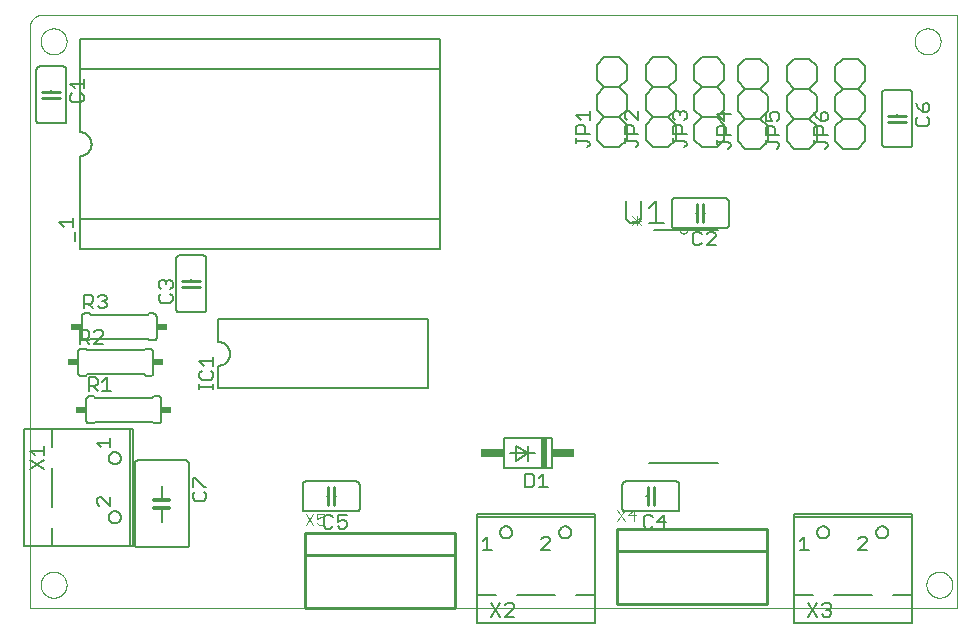
<source format=gto>
G75*
%MOIN*%
%OFA0B0*%
%FSLAX25Y25*%
%IPPOS*%
%LPD*%
%AMOC8*
5,1,8,0,0,1.08239X$1,22.5*
%
%ADD10C,0.00000*%
%ADD11C,0.00600*%
%ADD12C,0.01000*%
%ADD13C,0.00500*%
%ADD14C,0.01200*%
%ADD15R,0.02000X0.10000*%
%ADD16R,0.07500X0.03000*%
%ADD17R,0.03400X0.02400*%
%ADD18C,0.00300*%
%ADD19C,0.00800*%
%ADD20C,0.00400*%
D10*
X0003194Y0010283D02*
X0003194Y0204060D01*
X0003196Y0204185D01*
X0003202Y0204310D01*
X0003211Y0204434D01*
X0003225Y0204559D01*
X0003242Y0204682D01*
X0003263Y0204806D01*
X0003288Y0204928D01*
X0003317Y0205050D01*
X0003349Y0205171D01*
X0003385Y0205290D01*
X0003425Y0205409D01*
X0003468Y0205526D01*
X0003515Y0205642D01*
X0003565Y0205756D01*
X0003619Y0205869D01*
X0003677Y0205980D01*
X0003738Y0206089D01*
X0003802Y0206196D01*
X0003869Y0206301D01*
X0003940Y0206405D01*
X0004014Y0206505D01*
X0004090Y0206604D01*
X0004170Y0206700D01*
X0004253Y0206794D01*
X0004339Y0206885D01*
X0004427Y0206973D01*
X0004518Y0207059D01*
X0004612Y0207142D01*
X0004708Y0207222D01*
X0004807Y0207298D01*
X0004907Y0207372D01*
X0005011Y0207443D01*
X0005116Y0207510D01*
X0005223Y0207574D01*
X0005332Y0207635D01*
X0005443Y0207693D01*
X0005556Y0207747D01*
X0005670Y0207797D01*
X0005786Y0207844D01*
X0005903Y0207887D01*
X0006022Y0207927D01*
X0006141Y0207963D01*
X0006262Y0207995D01*
X0006384Y0208024D01*
X0006506Y0208049D01*
X0006630Y0208070D01*
X0006753Y0208087D01*
X0006878Y0208101D01*
X0007002Y0208110D01*
X0007127Y0208116D01*
X0007252Y0208118D01*
X0312131Y0208118D01*
X0312131Y0010283D01*
X0003194Y0010283D01*
X0006737Y0018157D02*
X0006739Y0018288D01*
X0006745Y0018420D01*
X0006755Y0018551D01*
X0006769Y0018682D01*
X0006787Y0018812D01*
X0006809Y0018941D01*
X0006834Y0019070D01*
X0006864Y0019198D01*
X0006898Y0019325D01*
X0006935Y0019452D01*
X0006976Y0019576D01*
X0007021Y0019700D01*
X0007070Y0019822D01*
X0007122Y0019943D01*
X0007178Y0020061D01*
X0007238Y0020179D01*
X0007301Y0020294D01*
X0007368Y0020407D01*
X0007438Y0020519D01*
X0007511Y0020628D01*
X0007587Y0020734D01*
X0007667Y0020839D01*
X0007750Y0020941D01*
X0007836Y0021040D01*
X0007925Y0021137D01*
X0008017Y0021231D01*
X0008112Y0021322D01*
X0008209Y0021411D01*
X0008309Y0021496D01*
X0008412Y0021578D01*
X0008517Y0021657D01*
X0008624Y0021733D01*
X0008734Y0021805D01*
X0008846Y0021874D01*
X0008960Y0021940D01*
X0009075Y0022002D01*
X0009193Y0022061D01*
X0009312Y0022116D01*
X0009433Y0022168D01*
X0009556Y0022215D01*
X0009680Y0022259D01*
X0009805Y0022300D01*
X0009931Y0022336D01*
X0010059Y0022369D01*
X0010187Y0022397D01*
X0010316Y0022422D01*
X0010446Y0022443D01*
X0010576Y0022460D01*
X0010707Y0022473D01*
X0010838Y0022482D01*
X0010969Y0022487D01*
X0011101Y0022488D01*
X0011232Y0022485D01*
X0011364Y0022478D01*
X0011495Y0022467D01*
X0011625Y0022452D01*
X0011755Y0022433D01*
X0011885Y0022410D01*
X0012013Y0022384D01*
X0012141Y0022353D01*
X0012268Y0022318D01*
X0012394Y0022280D01*
X0012518Y0022238D01*
X0012642Y0022192D01*
X0012763Y0022142D01*
X0012883Y0022089D01*
X0013002Y0022032D01*
X0013119Y0021972D01*
X0013233Y0021908D01*
X0013346Y0021840D01*
X0013457Y0021769D01*
X0013566Y0021695D01*
X0013672Y0021618D01*
X0013776Y0021537D01*
X0013877Y0021454D01*
X0013976Y0021367D01*
X0014072Y0021277D01*
X0014165Y0021184D01*
X0014256Y0021089D01*
X0014343Y0020991D01*
X0014428Y0020890D01*
X0014509Y0020787D01*
X0014587Y0020681D01*
X0014662Y0020573D01*
X0014734Y0020463D01*
X0014802Y0020351D01*
X0014867Y0020237D01*
X0014928Y0020120D01*
X0014986Y0020002D01*
X0015040Y0019882D01*
X0015091Y0019761D01*
X0015138Y0019638D01*
X0015181Y0019514D01*
X0015220Y0019389D01*
X0015256Y0019262D01*
X0015287Y0019134D01*
X0015315Y0019006D01*
X0015339Y0018877D01*
X0015359Y0018747D01*
X0015375Y0018616D01*
X0015387Y0018485D01*
X0015395Y0018354D01*
X0015399Y0018223D01*
X0015399Y0018091D01*
X0015395Y0017960D01*
X0015387Y0017829D01*
X0015375Y0017698D01*
X0015359Y0017567D01*
X0015339Y0017437D01*
X0015315Y0017308D01*
X0015287Y0017180D01*
X0015256Y0017052D01*
X0015220Y0016925D01*
X0015181Y0016800D01*
X0015138Y0016676D01*
X0015091Y0016553D01*
X0015040Y0016432D01*
X0014986Y0016312D01*
X0014928Y0016194D01*
X0014867Y0016077D01*
X0014802Y0015963D01*
X0014734Y0015851D01*
X0014662Y0015741D01*
X0014587Y0015633D01*
X0014509Y0015527D01*
X0014428Y0015424D01*
X0014343Y0015323D01*
X0014256Y0015225D01*
X0014165Y0015130D01*
X0014072Y0015037D01*
X0013976Y0014947D01*
X0013877Y0014860D01*
X0013776Y0014777D01*
X0013672Y0014696D01*
X0013566Y0014619D01*
X0013457Y0014545D01*
X0013346Y0014474D01*
X0013234Y0014406D01*
X0013119Y0014342D01*
X0013002Y0014282D01*
X0012883Y0014225D01*
X0012763Y0014172D01*
X0012642Y0014122D01*
X0012518Y0014076D01*
X0012394Y0014034D01*
X0012268Y0013996D01*
X0012141Y0013961D01*
X0012013Y0013930D01*
X0011885Y0013904D01*
X0011755Y0013881D01*
X0011625Y0013862D01*
X0011495Y0013847D01*
X0011364Y0013836D01*
X0011232Y0013829D01*
X0011101Y0013826D01*
X0010969Y0013827D01*
X0010838Y0013832D01*
X0010707Y0013841D01*
X0010576Y0013854D01*
X0010446Y0013871D01*
X0010316Y0013892D01*
X0010187Y0013917D01*
X0010059Y0013945D01*
X0009931Y0013978D01*
X0009805Y0014014D01*
X0009680Y0014055D01*
X0009556Y0014099D01*
X0009433Y0014146D01*
X0009312Y0014198D01*
X0009193Y0014253D01*
X0009075Y0014312D01*
X0008960Y0014374D01*
X0008846Y0014440D01*
X0008734Y0014509D01*
X0008624Y0014581D01*
X0008517Y0014657D01*
X0008412Y0014736D01*
X0008309Y0014818D01*
X0008209Y0014903D01*
X0008112Y0014992D01*
X0008017Y0015083D01*
X0007925Y0015177D01*
X0007836Y0015274D01*
X0007750Y0015373D01*
X0007667Y0015475D01*
X0007587Y0015580D01*
X0007511Y0015686D01*
X0007438Y0015795D01*
X0007368Y0015907D01*
X0007301Y0016020D01*
X0007238Y0016135D01*
X0007178Y0016253D01*
X0007122Y0016371D01*
X0007070Y0016492D01*
X0007021Y0016614D01*
X0006976Y0016738D01*
X0006935Y0016862D01*
X0006898Y0016989D01*
X0006864Y0017116D01*
X0006834Y0017244D01*
X0006809Y0017373D01*
X0006787Y0017502D01*
X0006769Y0017632D01*
X0006755Y0017763D01*
X0006745Y0017894D01*
X0006739Y0018026D01*
X0006737Y0018157D01*
X0219828Y0136406D02*
X0219830Y0136337D01*
X0219836Y0136269D01*
X0219846Y0136201D01*
X0219859Y0136134D01*
X0219877Y0136068D01*
X0219898Y0136003D01*
X0219923Y0135939D01*
X0219951Y0135877D01*
X0219983Y0135816D01*
X0220018Y0135757D01*
X0220057Y0135701D01*
X0220099Y0135646D01*
X0220144Y0135595D01*
X0220192Y0135545D01*
X0220242Y0135499D01*
X0220295Y0135456D01*
X0220351Y0135415D01*
X0220408Y0135378D01*
X0220468Y0135345D01*
X0220530Y0135314D01*
X0220593Y0135288D01*
X0220657Y0135265D01*
X0220723Y0135245D01*
X0220790Y0135230D01*
X0220857Y0135218D01*
X0220925Y0135210D01*
X0220994Y0135206D01*
X0221062Y0135206D01*
X0221131Y0135210D01*
X0221199Y0135218D01*
X0221266Y0135230D01*
X0221333Y0135245D01*
X0221399Y0135265D01*
X0221463Y0135288D01*
X0221526Y0135314D01*
X0221588Y0135345D01*
X0221648Y0135378D01*
X0221705Y0135415D01*
X0221761Y0135456D01*
X0221814Y0135499D01*
X0221864Y0135545D01*
X0221912Y0135595D01*
X0221957Y0135646D01*
X0221999Y0135701D01*
X0222038Y0135757D01*
X0222073Y0135816D01*
X0222105Y0135877D01*
X0222133Y0135939D01*
X0222158Y0136003D01*
X0222179Y0136068D01*
X0222197Y0136134D01*
X0222210Y0136201D01*
X0222220Y0136269D01*
X0222226Y0136337D01*
X0222228Y0136406D01*
X0298075Y0199260D02*
X0298077Y0199391D01*
X0298083Y0199523D01*
X0298093Y0199654D01*
X0298107Y0199785D01*
X0298125Y0199915D01*
X0298147Y0200044D01*
X0298172Y0200173D01*
X0298202Y0200301D01*
X0298236Y0200428D01*
X0298273Y0200555D01*
X0298314Y0200679D01*
X0298359Y0200803D01*
X0298408Y0200925D01*
X0298460Y0201046D01*
X0298516Y0201164D01*
X0298576Y0201282D01*
X0298639Y0201397D01*
X0298706Y0201510D01*
X0298776Y0201622D01*
X0298849Y0201731D01*
X0298925Y0201837D01*
X0299005Y0201942D01*
X0299088Y0202044D01*
X0299174Y0202143D01*
X0299263Y0202240D01*
X0299355Y0202334D01*
X0299450Y0202425D01*
X0299547Y0202514D01*
X0299647Y0202599D01*
X0299750Y0202681D01*
X0299855Y0202760D01*
X0299962Y0202836D01*
X0300072Y0202908D01*
X0300184Y0202977D01*
X0300298Y0203043D01*
X0300413Y0203105D01*
X0300531Y0203164D01*
X0300650Y0203219D01*
X0300771Y0203271D01*
X0300894Y0203318D01*
X0301018Y0203362D01*
X0301143Y0203403D01*
X0301269Y0203439D01*
X0301397Y0203472D01*
X0301525Y0203500D01*
X0301654Y0203525D01*
X0301784Y0203546D01*
X0301914Y0203563D01*
X0302045Y0203576D01*
X0302176Y0203585D01*
X0302307Y0203590D01*
X0302439Y0203591D01*
X0302570Y0203588D01*
X0302702Y0203581D01*
X0302833Y0203570D01*
X0302963Y0203555D01*
X0303093Y0203536D01*
X0303223Y0203513D01*
X0303351Y0203487D01*
X0303479Y0203456D01*
X0303606Y0203421D01*
X0303732Y0203383D01*
X0303856Y0203341D01*
X0303980Y0203295D01*
X0304101Y0203245D01*
X0304221Y0203192D01*
X0304340Y0203135D01*
X0304457Y0203075D01*
X0304571Y0203011D01*
X0304684Y0202943D01*
X0304795Y0202872D01*
X0304904Y0202798D01*
X0305010Y0202721D01*
X0305114Y0202640D01*
X0305215Y0202557D01*
X0305314Y0202470D01*
X0305410Y0202380D01*
X0305503Y0202287D01*
X0305594Y0202192D01*
X0305681Y0202094D01*
X0305766Y0201993D01*
X0305847Y0201890D01*
X0305925Y0201784D01*
X0306000Y0201676D01*
X0306072Y0201566D01*
X0306140Y0201454D01*
X0306205Y0201340D01*
X0306266Y0201223D01*
X0306324Y0201105D01*
X0306378Y0200985D01*
X0306429Y0200864D01*
X0306476Y0200741D01*
X0306519Y0200617D01*
X0306558Y0200492D01*
X0306594Y0200365D01*
X0306625Y0200237D01*
X0306653Y0200109D01*
X0306677Y0199980D01*
X0306697Y0199850D01*
X0306713Y0199719D01*
X0306725Y0199588D01*
X0306733Y0199457D01*
X0306737Y0199326D01*
X0306737Y0199194D01*
X0306733Y0199063D01*
X0306725Y0198932D01*
X0306713Y0198801D01*
X0306697Y0198670D01*
X0306677Y0198540D01*
X0306653Y0198411D01*
X0306625Y0198283D01*
X0306594Y0198155D01*
X0306558Y0198028D01*
X0306519Y0197903D01*
X0306476Y0197779D01*
X0306429Y0197656D01*
X0306378Y0197535D01*
X0306324Y0197415D01*
X0306266Y0197297D01*
X0306205Y0197180D01*
X0306140Y0197066D01*
X0306072Y0196954D01*
X0306000Y0196844D01*
X0305925Y0196736D01*
X0305847Y0196630D01*
X0305766Y0196527D01*
X0305681Y0196426D01*
X0305594Y0196328D01*
X0305503Y0196233D01*
X0305410Y0196140D01*
X0305314Y0196050D01*
X0305215Y0195963D01*
X0305114Y0195880D01*
X0305010Y0195799D01*
X0304904Y0195722D01*
X0304795Y0195648D01*
X0304684Y0195577D01*
X0304572Y0195509D01*
X0304457Y0195445D01*
X0304340Y0195385D01*
X0304221Y0195328D01*
X0304101Y0195275D01*
X0303980Y0195225D01*
X0303856Y0195179D01*
X0303732Y0195137D01*
X0303606Y0195099D01*
X0303479Y0195064D01*
X0303351Y0195033D01*
X0303223Y0195007D01*
X0303093Y0194984D01*
X0302963Y0194965D01*
X0302833Y0194950D01*
X0302702Y0194939D01*
X0302570Y0194932D01*
X0302439Y0194929D01*
X0302307Y0194930D01*
X0302176Y0194935D01*
X0302045Y0194944D01*
X0301914Y0194957D01*
X0301784Y0194974D01*
X0301654Y0194995D01*
X0301525Y0195020D01*
X0301397Y0195048D01*
X0301269Y0195081D01*
X0301143Y0195117D01*
X0301018Y0195158D01*
X0300894Y0195202D01*
X0300771Y0195249D01*
X0300650Y0195301D01*
X0300531Y0195356D01*
X0300413Y0195415D01*
X0300298Y0195477D01*
X0300184Y0195543D01*
X0300072Y0195612D01*
X0299962Y0195684D01*
X0299855Y0195760D01*
X0299750Y0195839D01*
X0299647Y0195921D01*
X0299547Y0196006D01*
X0299450Y0196095D01*
X0299355Y0196186D01*
X0299263Y0196280D01*
X0299174Y0196377D01*
X0299088Y0196476D01*
X0299005Y0196578D01*
X0298925Y0196683D01*
X0298849Y0196789D01*
X0298776Y0196898D01*
X0298706Y0197010D01*
X0298639Y0197123D01*
X0298576Y0197238D01*
X0298516Y0197356D01*
X0298460Y0197474D01*
X0298408Y0197595D01*
X0298359Y0197717D01*
X0298314Y0197841D01*
X0298273Y0197965D01*
X0298236Y0198092D01*
X0298202Y0198219D01*
X0298172Y0198347D01*
X0298147Y0198476D01*
X0298125Y0198605D01*
X0298107Y0198735D01*
X0298093Y0198866D01*
X0298083Y0198997D01*
X0298077Y0199129D01*
X0298075Y0199260D01*
X0302012Y0018157D02*
X0302014Y0018288D01*
X0302020Y0018420D01*
X0302030Y0018551D01*
X0302044Y0018682D01*
X0302062Y0018812D01*
X0302084Y0018941D01*
X0302109Y0019070D01*
X0302139Y0019198D01*
X0302173Y0019325D01*
X0302210Y0019452D01*
X0302251Y0019576D01*
X0302296Y0019700D01*
X0302345Y0019822D01*
X0302397Y0019943D01*
X0302453Y0020061D01*
X0302513Y0020179D01*
X0302576Y0020294D01*
X0302643Y0020407D01*
X0302713Y0020519D01*
X0302786Y0020628D01*
X0302862Y0020734D01*
X0302942Y0020839D01*
X0303025Y0020941D01*
X0303111Y0021040D01*
X0303200Y0021137D01*
X0303292Y0021231D01*
X0303387Y0021322D01*
X0303484Y0021411D01*
X0303584Y0021496D01*
X0303687Y0021578D01*
X0303792Y0021657D01*
X0303899Y0021733D01*
X0304009Y0021805D01*
X0304121Y0021874D01*
X0304235Y0021940D01*
X0304350Y0022002D01*
X0304468Y0022061D01*
X0304587Y0022116D01*
X0304708Y0022168D01*
X0304831Y0022215D01*
X0304955Y0022259D01*
X0305080Y0022300D01*
X0305206Y0022336D01*
X0305334Y0022369D01*
X0305462Y0022397D01*
X0305591Y0022422D01*
X0305721Y0022443D01*
X0305851Y0022460D01*
X0305982Y0022473D01*
X0306113Y0022482D01*
X0306244Y0022487D01*
X0306376Y0022488D01*
X0306507Y0022485D01*
X0306639Y0022478D01*
X0306770Y0022467D01*
X0306900Y0022452D01*
X0307030Y0022433D01*
X0307160Y0022410D01*
X0307288Y0022384D01*
X0307416Y0022353D01*
X0307543Y0022318D01*
X0307669Y0022280D01*
X0307793Y0022238D01*
X0307917Y0022192D01*
X0308038Y0022142D01*
X0308158Y0022089D01*
X0308277Y0022032D01*
X0308394Y0021972D01*
X0308508Y0021908D01*
X0308621Y0021840D01*
X0308732Y0021769D01*
X0308841Y0021695D01*
X0308947Y0021618D01*
X0309051Y0021537D01*
X0309152Y0021454D01*
X0309251Y0021367D01*
X0309347Y0021277D01*
X0309440Y0021184D01*
X0309531Y0021089D01*
X0309618Y0020991D01*
X0309703Y0020890D01*
X0309784Y0020787D01*
X0309862Y0020681D01*
X0309937Y0020573D01*
X0310009Y0020463D01*
X0310077Y0020351D01*
X0310142Y0020237D01*
X0310203Y0020120D01*
X0310261Y0020002D01*
X0310315Y0019882D01*
X0310366Y0019761D01*
X0310413Y0019638D01*
X0310456Y0019514D01*
X0310495Y0019389D01*
X0310531Y0019262D01*
X0310562Y0019134D01*
X0310590Y0019006D01*
X0310614Y0018877D01*
X0310634Y0018747D01*
X0310650Y0018616D01*
X0310662Y0018485D01*
X0310670Y0018354D01*
X0310674Y0018223D01*
X0310674Y0018091D01*
X0310670Y0017960D01*
X0310662Y0017829D01*
X0310650Y0017698D01*
X0310634Y0017567D01*
X0310614Y0017437D01*
X0310590Y0017308D01*
X0310562Y0017180D01*
X0310531Y0017052D01*
X0310495Y0016925D01*
X0310456Y0016800D01*
X0310413Y0016676D01*
X0310366Y0016553D01*
X0310315Y0016432D01*
X0310261Y0016312D01*
X0310203Y0016194D01*
X0310142Y0016077D01*
X0310077Y0015963D01*
X0310009Y0015851D01*
X0309937Y0015741D01*
X0309862Y0015633D01*
X0309784Y0015527D01*
X0309703Y0015424D01*
X0309618Y0015323D01*
X0309531Y0015225D01*
X0309440Y0015130D01*
X0309347Y0015037D01*
X0309251Y0014947D01*
X0309152Y0014860D01*
X0309051Y0014777D01*
X0308947Y0014696D01*
X0308841Y0014619D01*
X0308732Y0014545D01*
X0308621Y0014474D01*
X0308509Y0014406D01*
X0308394Y0014342D01*
X0308277Y0014282D01*
X0308158Y0014225D01*
X0308038Y0014172D01*
X0307917Y0014122D01*
X0307793Y0014076D01*
X0307669Y0014034D01*
X0307543Y0013996D01*
X0307416Y0013961D01*
X0307288Y0013930D01*
X0307160Y0013904D01*
X0307030Y0013881D01*
X0306900Y0013862D01*
X0306770Y0013847D01*
X0306639Y0013836D01*
X0306507Y0013829D01*
X0306376Y0013826D01*
X0306244Y0013827D01*
X0306113Y0013832D01*
X0305982Y0013841D01*
X0305851Y0013854D01*
X0305721Y0013871D01*
X0305591Y0013892D01*
X0305462Y0013917D01*
X0305334Y0013945D01*
X0305206Y0013978D01*
X0305080Y0014014D01*
X0304955Y0014055D01*
X0304831Y0014099D01*
X0304708Y0014146D01*
X0304587Y0014198D01*
X0304468Y0014253D01*
X0304350Y0014312D01*
X0304235Y0014374D01*
X0304121Y0014440D01*
X0304009Y0014509D01*
X0303899Y0014581D01*
X0303792Y0014657D01*
X0303687Y0014736D01*
X0303584Y0014818D01*
X0303484Y0014903D01*
X0303387Y0014992D01*
X0303292Y0015083D01*
X0303200Y0015177D01*
X0303111Y0015274D01*
X0303025Y0015373D01*
X0302942Y0015475D01*
X0302862Y0015580D01*
X0302786Y0015686D01*
X0302713Y0015795D01*
X0302643Y0015907D01*
X0302576Y0016020D01*
X0302513Y0016135D01*
X0302453Y0016253D01*
X0302397Y0016371D01*
X0302345Y0016492D01*
X0302296Y0016614D01*
X0302251Y0016738D01*
X0302210Y0016862D01*
X0302173Y0016989D01*
X0302139Y0017116D01*
X0302109Y0017244D01*
X0302084Y0017373D01*
X0302062Y0017502D01*
X0302044Y0017632D01*
X0302030Y0017763D01*
X0302020Y0017894D01*
X0302014Y0018026D01*
X0302012Y0018157D01*
X0006737Y0199260D02*
X0006739Y0199391D01*
X0006745Y0199523D01*
X0006755Y0199654D01*
X0006769Y0199785D01*
X0006787Y0199915D01*
X0006809Y0200044D01*
X0006834Y0200173D01*
X0006864Y0200301D01*
X0006898Y0200428D01*
X0006935Y0200555D01*
X0006976Y0200679D01*
X0007021Y0200803D01*
X0007070Y0200925D01*
X0007122Y0201046D01*
X0007178Y0201164D01*
X0007238Y0201282D01*
X0007301Y0201397D01*
X0007368Y0201510D01*
X0007438Y0201622D01*
X0007511Y0201731D01*
X0007587Y0201837D01*
X0007667Y0201942D01*
X0007750Y0202044D01*
X0007836Y0202143D01*
X0007925Y0202240D01*
X0008017Y0202334D01*
X0008112Y0202425D01*
X0008209Y0202514D01*
X0008309Y0202599D01*
X0008412Y0202681D01*
X0008517Y0202760D01*
X0008624Y0202836D01*
X0008734Y0202908D01*
X0008846Y0202977D01*
X0008960Y0203043D01*
X0009075Y0203105D01*
X0009193Y0203164D01*
X0009312Y0203219D01*
X0009433Y0203271D01*
X0009556Y0203318D01*
X0009680Y0203362D01*
X0009805Y0203403D01*
X0009931Y0203439D01*
X0010059Y0203472D01*
X0010187Y0203500D01*
X0010316Y0203525D01*
X0010446Y0203546D01*
X0010576Y0203563D01*
X0010707Y0203576D01*
X0010838Y0203585D01*
X0010969Y0203590D01*
X0011101Y0203591D01*
X0011232Y0203588D01*
X0011364Y0203581D01*
X0011495Y0203570D01*
X0011625Y0203555D01*
X0011755Y0203536D01*
X0011885Y0203513D01*
X0012013Y0203487D01*
X0012141Y0203456D01*
X0012268Y0203421D01*
X0012394Y0203383D01*
X0012518Y0203341D01*
X0012642Y0203295D01*
X0012763Y0203245D01*
X0012883Y0203192D01*
X0013002Y0203135D01*
X0013119Y0203075D01*
X0013233Y0203011D01*
X0013346Y0202943D01*
X0013457Y0202872D01*
X0013566Y0202798D01*
X0013672Y0202721D01*
X0013776Y0202640D01*
X0013877Y0202557D01*
X0013976Y0202470D01*
X0014072Y0202380D01*
X0014165Y0202287D01*
X0014256Y0202192D01*
X0014343Y0202094D01*
X0014428Y0201993D01*
X0014509Y0201890D01*
X0014587Y0201784D01*
X0014662Y0201676D01*
X0014734Y0201566D01*
X0014802Y0201454D01*
X0014867Y0201340D01*
X0014928Y0201223D01*
X0014986Y0201105D01*
X0015040Y0200985D01*
X0015091Y0200864D01*
X0015138Y0200741D01*
X0015181Y0200617D01*
X0015220Y0200492D01*
X0015256Y0200365D01*
X0015287Y0200237D01*
X0015315Y0200109D01*
X0015339Y0199980D01*
X0015359Y0199850D01*
X0015375Y0199719D01*
X0015387Y0199588D01*
X0015395Y0199457D01*
X0015399Y0199326D01*
X0015399Y0199194D01*
X0015395Y0199063D01*
X0015387Y0198932D01*
X0015375Y0198801D01*
X0015359Y0198670D01*
X0015339Y0198540D01*
X0015315Y0198411D01*
X0015287Y0198283D01*
X0015256Y0198155D01*
X0015220Y0198028D01*
X0015181Y0197903D01*
X0015138Y0197779D01*
X0015091Y0197656D01*
X0015040Y0197535D01*
X0014986Y0197415D01*
X0014928Y0197297D01*
X0014867Y0197180D01*
X0014802Y0197066D01*
X0014734Y0196954D01*
X0014662Y0196844D01*
X0014587Y0196736D01*
X0014509Y0196630D01*
X0014428Y0196527D01*
X0014343Y0196426D01*
X0014256Y0196328D01*
X0014165Y0196233D01*
X0014072Y0196140D01*
X0013976Y0196050D01*
X0013877Y0195963D01*
X0013776Y0195880D01*
X0013672Y0195799D01*
X0013566Y0195722D01*
X0013457Y0195648D01*
X0013346Y0195577D01*
X0013234Y0195509D01*
X0013119Y0195445D01*
X0013002Y0195385D01*
X0012883Y0195328D01*
X0012763Y0195275D01*
X0012642Y0195225D01*
X0012518Y0195179D01*
X0012394Y0195137D01*
X0012268Y0195099D01*
X0012141Y0195064D01*
X0012013Y0195033D01*
X0011885Y0195007D01*
X0011755Y0194984D01*
X0011625Y0194965D01*
X0011495Y0194950D01*
X0011364Y0194939D01*
X0011232Y0194932D01*
X0011101Y0194929D01*
X0010969Y0194930D01*
X0010838Y0194935D01*
X0010707Y0194944D01*
X0010576Y0194957D01*
X0010446Y0194974D01*
X0010316Y0194995D01*
X0010187Y0195020D01*
X0010059Y0195048D01*
X0009931Y0195081D01*
X0009805Y0195117D01*
X0009680Y0195158D01*
X0009556Y0195202D01*
X0009433Y0195249D01*
X0009312Y0195301D01*
X0009193Y0195356D01*
X0009075Y0195415D01*
X0008960Y0195477D01*
X0008846Y0195543D01*
X0008734Y0195612D01*
X0008624Y0195684D01*
X0008517Y0195760D01*
X0008412Y0195839D01*
X0008309Y0195921D01*
X0008209Y0196006D01*
X0008112Y0196095D01*
X0008017Y0196186D01*
X0007925Y0196280D01*
X0007836Y0196377D01*
X0007750Y0196476D01*
X0007667Y0196578D01*
X0007587Y0196683D01*
X0007511Y0196789D01*
X0007438Y0196898D01*
X0007368Y0197010D01*
X0007301Y0197123D01*
X0007238Y0197238D01*
X0007178Y0197356D01*
X0007122Y0197474D01*
X0007070Y0197595D01*
X0007021Y0197717D01*
X0006976Y0197841D01*
X0006935Y0197965D01*
X0006898Y0198092D01*
X0006864Y0198219D01*
X0006834Y0198347D01*
X0006809Y0198476D01*
X0006787Y0198605D01*
X0006769Y0198735D01*
X0006755Y0198866D01*
X0006745Y0198997D01*
X0006739Y0199129D01*
X0006737Y0199260D01*
D11*
X0006359Y0190925D02*
X0014359Y0190925D01*
X0014419Y0190923D01*
X0014480Y0190918D01*
X0014539Y0190909D01*
X0014598Y0190896D01*
X0014657Y0190880D01*
X0014714Y0190860D01*
X0014769Y0190837D01*
X0014824Y0190810D01*
X0014876Y0190781D01*
X0014927Y0190748D01*
X0014976Y0190712D01*
X0015022Y0190674D01*
X0015066Y0190632D01*
X0015108Y0190588D01*
X0015146Y0190542D01*
X0015182Y0190493D01*
X0015215Y0190442D01*
X0015244Y0190390D01*
X0015271Y0190335D01*
X0015294Y0190280D01*
X0015314Y0190223D01*
X0015330Y0190164D01*
X0015343Y0190105D01*
X0015352Y0190046D01*
X0015357Y0189985D01*
X0015359Y0189925D01*
X0015359Y0172925D01*
X0015357Y0172865D01*
X0015352Y0172804D01*
X0015343Y0172745D01*
X0015330Y0172686D01*
X0015314Y0172627D01*
X0015294Y0172570D01*
X0015271Y0172515D01*
X0015244Y0172460D01*
X0015215Y0172408D01*
X0015182Y0172357D01*
X0015146Y0172308D01*
X0015108Y0172262D01*
X0015066Y0172218D01*
X0015022Y0172176D01*
X0014976Y0172138D01*
X0014927Y0172102D01*
X0014876Y0172069D01*
X0014824Y0172040D01*
X0014769Y0172013D01*
X0014714Y0171990D01*
X0014657Y0171970D01*
X0014598Y0171954D01*
X0014539Y0171941D01*
X0014480Y0171932D01*
X0014419Y0171927D01*
X0014359Y0171925D01*
X0006359Y0171925D01*
X0006299Y0171927D01*
X0006238Y0171932D01*
X0006179Y0171941D01*
X0006120Y0171954D01*
X0006061Y0171970D01*
X0006004Y0171990D01*
X0005949Y0172013D01*
X0005894Y0172040D01*
X0005842Y0172069D01*
X0005791Y0172102D01*
X0005742Y0172138D01*
X0005696Y0172176D01*
X0005652Y0172218D01*
X0005610Y0172262D01*
X0005572Y0172308D01*
X0005536Y0172357D01*
X0005503Y0172408D01*
X0005474Y0172460D01*
X0005447Y0172515D01*
X0005424Y0172570D01*
X0005404Y0172627D01*
X0005388Y0172686D01*
X0005375Y0172745D01*
X0005366Y0172804D01*
X0005361Y0172865D01*
X0005359Y0172925D01*
X0005359Y0189925D01*
X0005361Y0189985D01*
X0005366Y0190046D01*
X0005375Y0190105D01*
X0005388Y0190164D01*
X0005404Y0190223D01*
X0005424Y0190280D01*
X0005447Y0190335D01*
X0005474Y0190390D01*
X0005503Y0190442D01*
X0005536Y0190493D01*
X0005572Y0190542D01*
X0005610Y0190588D01*
X0005652Y0190632D01*
X0005696Y0190674D01*
X0005742Y0190712D01*
X0005791Y0190748D01*
X0005842Y0190781D01*
X0005894Y0190810D01*
X0005949Y0190837D01*
X0006004Y0190860D01*
X0006061Y0190880D01*
X0006120Y0190896D01*
X0006179Y0190909D01*
X0006238Y0190918D01*
X0006299Y0190923D01*
X0006359Y0190925D01*
X0010359Y0182925D02*
X0010359Y0182425D01*
X0010359Y0180425D02*
X0010359Y0179925D01*
X0019729Y0190087D02*
X0139729Y0190087D01*
X0139729Y0140087D01*
X0139729Y0130087D01*
X0019729Y0130087D01*
X0019729Y0140087D01*
X0019729Y0161087D01*
X0019855Y0161089D01*
X0019980Y0161095D01*
X0020105Y0161105D01*
X0020230Y0161119D01*
X0020355Y0161136D01*
X0020479Y0161158D01*
X0020602Y0161183D01*
X0020724Y0161213D01*
X0020845Y0161246D01*
X0020965Y0161283D01*
X0021084Y0161323D01*
X0021201Y0161368D01*
X0021318Y0161416D01*
X0021432Y0161468D01*
X0021545Y0161523D01*
X0021656Y0161582D01*
X0021765Y0161644D01*
X0021872Y0161710D01*
X0021977Y0161779D01*
X0022080Y0161851D01*
X0022181Y0161926D01*
X0022279Y0162005D01*
X0022374Y0162087D01*
X0022467Y0162171D01*
X0022557Y0162259D01*
X0022645Y0162349D01*
X0022729Y0162442D01*
X0022811Y0162537D01*
X0022890Y0162635D01*
X0022965Y0162736D01*
X0023037Y0162839D01*
X0023106Y0162944D01*
X0023172Y0163051D01*
X0023234Y0163160D01*
X0023293Y0163271D01*
X0023348Y0163384D01*
X0023400Y0163498D01*
X0023448Y0163615D01*
X0023493Y0163732D01*
X0023533Y0163851D01*
X0023570Y0163971D01*
X0023603Y0164092D01*
X0023633Y0164214D01*
X0023658Y0164337D01*
X0023680Y0164461D01*
X0023697Y0164586D01*
X0023711Y0164711D01*
X0023721Y0164836D01*
X0023727Y0164961D01*
X0023729Y0165087D01*
X0023727Y0165213D01*
X0023721Y0165338D01*
X0023711Y0165463D01*
X0023697Y0165588D01*
X0023680Y0165713D01*
X0023658Y0165837D01*
X0023633Y0165960D01*
X0023603Y0166082D01*
X0023570Y0166203D01*
X0023533Y0166323D01*
X0023493Y0166442D01*
X0023448Y0166559D01*
X0023400Y0166676D01*
X0023348Y0166790D01*
X0023293Y0166903D01*
X0023234Y0167014D01*
X0023172Y0167123D01*
X0023106Y0167230D01*
X0023037Y0167335D01*
X0022965Y0167438D01*
X0022890Y0167539D01*
X0022811Y0167637D01*
X0022729Y0167732D01*
X0022645Y0167825D01*
X0022557Y0167915D01*
X0022467Y0168003D01*
X0022374Y0168087D01*
X0022279Y0168169D01*
X0022181Y0168248D01*
X0022080Y0168323D01*
X0021977Y0168395D01*
X0021872Y0168464D01*
X0021765Y0168530D01*
X0021656Y0168592D01*
X0021545Y0168651D01*
X0021432Y0168706D01*
X0021318Y0168758D01*
X0021201Y0168806D01*
X0021084Y0168851D01*
X0020965Y0168891D01*
X0020845Y0168928D01*
X0020724Y0168961D01*
X0020602Y0168991D01*
X0020479Y0169016D01*
X0020355Y0169038D01*
X0020230Y0169055D01*
X0020105Y0169069D01*
X0019980Y0169079D01*
X0019855Y0169085D01*
X0019729Y0169087D01*
X0019729Y0190087D01*
X0019729Y0200087D01*
X0139729Y0200087D01*
X0139729Y0190087D01*
X0192209Y0191484D02*
X0192209Y0186484D01*
X0194709Y0183984D01*
X0199709Y0183984D01*
X0202209Y0186484D01*
X0202209Y0191484D01*
X0199709Y0193984D01*
X0194709Y0193984D01*
X0192209Y0191484D01*
X0194709Y0183984D02*
X0192209Y0181484D01*
X0192209Y0176484D01*
X0194709Y0173984D01*
X0199709Y0173984D01*
X0202209Y0176484D01*
X0202209Y0181484D01*
X0199709Y0183984D01*
X0208391Y0181484D02*
X0208391Y0176484D01*
X0210891Y0173984D01*
X0215891Y0173984D01*
X0218391Y0176484D01*
X0218391Y0181484D01*
X0215891Y0183984D01*
X0218391Y0186484D01*
X0218391Y0191484D01*
X0215891Y0193984D01*
X0210891Y0193984D01*
X0208391Y0191484D01*
X0208391Y0186484D01*
X0210891Y0183984D01*
X0215891Y0183984D01*
X0210891Y0183984D02*
X0208391Y0181484D01*
X0210891Y0173984D02*
X0208391Y0171484D01*
X0208391Y0166484D01*
X0210891Y0163984D01*
X0215891Y0163984D01*
X0218391Y0166484D01*
X0218391Y0171484D01*
X0215891Y0173984D01*
X0224572Y0171484D02*
X0227072Y0173984D01*
X0224572Y0176484D01*
X0224572Y0181484D01*
X0227072Y0183984D01*
X0224572Y0186484D01*
X0224572Y0191484D01*
X0227072Y0193984D01*
X0232072Y0193984D01*
X0234572Y0191484D01*
X0234572Y0186484D01*
X0232072Y0183984D01*
X0234572Y0181484D01*
X0234572Y0176484D01*
X0232072Y0173984D01*
X0234572Y0171484D01*
X0234572Y0166484D01*
X0232072Y0163984D01*
X0227072Y0163984D01*
X0224572Y0166484D01*
X0224572Y0171484D01*
X0227072Y0173984D02*
X0232072Y0173984D01*
X0239217Y0176051D02*
X0239217Y0181051D01*
X0241717Y0183551D01*
X0239217Y0186051D01*
X0239217Y0191051D01*
X0241717Y0193551D01*
X0246717Y0193551D01*
X0249217Y0191051D01*
X0249217Y0186051D01*
X0246717Y0183551D01*
X0249217Y0181051D01*
X0249217Y0176051D01*
X0246717Y0173551D01*
X0249217Y0171051D01*
X0249217Y0166051D01*
X0246717Y0163551D01*
X0241717Y0163551D01*
X0239217Y0166051D01*
X0239217Y0171051D01*
X0241717Y0173551D01*
X0239217Y0176051D01*
X0241717Y0173551D02*
X0246717Y0173551D01*
X0255398Y0171051D02*
X0255398Y0166051D01*
X0257898Y0163551D01*
X0262898Y0163551D01*
X0265398Y0166051D01*
X0265398Y0171051D01*
X0262898Y0173551D01*
X0265398Y0176051D01*
X0265398Y0181051D01*
X0262898Y0183551D01*
X0265398Y0186051D01*
X0265398Y0191051D01*
X0262898Y0193551D01*
X0257898Y0193551D01*
X0255398Y0191051D01*
X0255398Y0186051D01*
X0257898Y0183551D01*
X0262898Y0183551D01*
X0257898Y0183551D02*
X0255398Y0181051D01*
X0255398Y0176051D01*
X0257898Y0173551D01*
X0262898Y0173551D01*
X0257898Y0173551D02*
X0255398Y0171051D01*
X0271580Y0171051D02*
X0271580Y0166051D01*
X0274080Y0163551D01*
X0279080Y0163551D01*
X0281580Y0166051D01*
X0281580Y0171051D01*
X0279080Y0173551D01*
X0281580Y0176051D01*
X0281580Y0181051D01*
X0279080Y0183551D01*
X0281580Y0186051D01*
X0281580Y0191051D01*
X0279080Y0193551D01*
X0274080Y0193551D01*
X0271580Y0191051D01*
X0271580Y0186051D01*
X0274080Y0183551D01*
X0279080Y0183551D01*
X0274080Y0183551D02*
X0271580Y0181051D01*
X0271580Y0176051D01*
X0274080Y0173551D01*
X0279080Y0173551D01*
X0274080Y0173551D02*
X0271580Y0171051D01*
X0287249Y0165051D02*
X0287249Y0182051D01*
X0287251Y0182111D01*
X0287256Y0182172D01*
X0287265Y0182231D01*
X0287278Y0182290D01*
X0287294Y0182349D01*
X0287314Y0182406D01*
X0287337Y0182461D01*
X0287364Y0182516D01*
X0287393Y0182568D01*
X0287426Y0182619D01*
X0287462Y0182668D01*
X0287500Y0182714D01*
X0287542Y0182758D01*
X0287586Y0182800D01*
X0287632Y0182838D01*
X0287681Y0182874D01*
X0287732Y0182907D01*
X0287784Y0182936D01*
X0287839Y0182963D01*
X0287894Y0182986D01*
X0287951Y0183006D01*
X0288010Y0183022D01*
X0288069Y0183035D01*
X0288128Y0183044D01*
X0288189Y0183049D01*
X0288249Y0183051D01*
X0296249Y0183051D01*
X0296309Y0183049D01*
X0296370Y0183044D01*
X0296429Y0183035D01*
X0296488Y0183022D01*
X0296547Y0183006D01*
X0296604Y0182986D01*
X0296659Y0182963D01*
X0296714Y0182936D01*
X0296766Y0182907D01*
X0296817Y0182874D01*
X0296866Y0182838D01*
X0296912Y0182800D01*
X0296956Y0182758D01*
X0296998Y0182714D01*
X0297036Y0182668D01*
X0297072Y0182619D01*
X0297105Y0182568D01*
X0297134Y0182516D01*
X0297161Y0182461D01*
X0297184Y0182406D01*
X0297204Y0182349D01*
X0297220Y0182290D01*
X0297233Y0182231D01*
X0297242Y0182172D01*
X0297247Y0182111D01*
X0297249Y0182051D01*
X0297249Y0165051D01*
X0297247Y0164991D01*
X0297242Y0164930D01*
X0297233Y0164871D01*
X0297220Y0164812D01*
X0297204Y0164753D01*
X0297184Y0164696D01*
X0297161Y0164641D01*
X0297134Y0164586D01*
X0297105Y0164534D01*
X0297072Y0164483D01*
X0297036Y0164434D01*
X0296998Y0164388D01*
X0296956Y0164344D01*
X0296912Y0164302D01*
X0296866Y0164264D01*
X0296817Y0164228D01*
X0296766Y0164195D01*
X0296714Y0164166D01*
X0296659Y0164139D01*
X0296604Y0164116D01*
X0296547Y0164096D01*
X0296488Y0164080D01*
X0296429Y0164067D01*
X0296370Y0164058D01*
X0296309Y0164053D01*
X0296249Y0164051D01*
X0288249Y0164051D01*
X0288189Y0164053D01*
X0288128Y0164058D01*
X0288069Y0164067D01*
X0288010Y0164080D01*
X0287951Y0164096D01*
X0287894Y0164116D01*
X0287839Y0164139D01*
X0287784Y0164166D01*
X0287732Y0164195D01*
X0287681Y0164228D01*
X0287632Y0164264D01*
X0287586Y0164302D01*
X0287542Y0164344D01*
X0287500Y0164388D01*
X0287462Y0164434D01*
X0287426Y0164483D01*
X0287393Y0164534D01*
X0287364Y0164586D01*
X0287337Y0164641D01*
X0287314Y0164696D01*
X0287294Y0164753D01*
X0287278Y0164812D01*
X0287265Y0164871D01*
X0287256Y0164930D01*
X0287251Y0164991D01*
X0287249Y0165051D01*
X0292249Y0172051D02*
X0292249Y0172551D01*
X0292249Y0174551D02*
X0292249Y0175051D01*
X0246717Y0183551D02*
X0241717Y0183551D01*
X0232072Y0183984D02*
X0227072Y0183984D01*
X0202209Y0171484D02*
X0202209Y0166484D01*
X0199709Y0163984D01*
X0194709Y0163984D01*
X0192209Y0166484D01*
X0192209Y0171484D01*
X0194709Y0173984D01*
X0199709Y0173984D02*
X0202209Y0171484D01*
X0218080Y0147055D02*
X0235080Y0147055D01*
X0235140Y0147053D01*
X0235201Y0147048D01*
X0235260Y0147039D01*
X0235319Y0147026D01*
X0235378Y0147010D01*
X0235435Y0146990D01*
X0235490Y0146967D01*
X0235545Y0146940D01*
X0235597Y0146911D01*
X0235648Y0146878D01*
X0235697Y0146842D01*
X0235743Y0146804D01*
X0235787Y0146762D01*
X0235829Y0146718D01*
X0235867Y0146672D01*
X0235903Y0146623D01*
X0235936Y0146572D01*
X0235965Y0146520D01*
X0235992Y0146465D01*
X0236015Y0146410D01*
X0236035Y0146353D01*
X0236051Y0146294D01*
X0236064Y0146235D01*
X0236073Y0146176D01*
X0236078Y0146115D01*
X0236080Y0146055D01*
X0236080Y0138055D01*
X0236078Y0137995D01*
X0236073Y0137934D01*
X0236064Y0137875D01*
X0236051Y0137816D01*
X0236035Y0137757D01*
X0236015Y0137700D01*
X0235992Y0137645D01*
X0235965Y0137590D01*
X0235936Y0137538D01*
X0235903Y0137487D01*
X0235867Y0137438D01*
X0235829Y0137392D01*
X0235787Y0137348D01*
X0235743Y0137306D01*
X0235697Y0137268D01*
X0235648Y0137232D01*
X0235597Y0137199D01*
X0235545Y0137170D01*
X0235490Y0137143D01*
X0235435Y0137120D01*
X0235378Y0137100D01*
X0235319Y0137084D01*
X0235260Y0137071D01*
X0235201Y0137062D01*
X0235140Y0137057D01*
X0235080Y0137055D01*
X0218080Y0137055D01*
X0218020Y0137057D01*
X0217959Y0137062D01*
X0217900Y0137071D01*
X0217841Y0137084D01*
X0217782Y0137100D01*
X0217725Y0137120D01*
X0217670Y0137143D01*
X0217615Y0137170D01*
X0217563Y0137199D01*
X0217512Y0137232D01*
X0217463Y0137268D01*
X0217417Y0137306D01*
X0217373Y0137348D01*
X0217331Y0137392D01*
X0217293Y0137438D01*
X0217257Y0137487D01*
X0217224Y0137538D01*
X0217195Y0137590D01*
X0217168Y0137645D01*
X0217145Y0137700D01*
X0217125Y0137757D01*
X0217109Y0137816D01*
X0217096Y0137875D01*
X0217087Y0137934D01*
X0217082Y0137995D01*
X0217080Y0138055D01*
X0217080Y0146055D01*
X0217082Y0146115D01*
X0217087Y0146176D01*
X0217096Y0146235D01*
X0217109Y0146294D01*
X0217125Y0146353D01*
X0217145Y0146410D01*
X0217168Y0146465D01*
X0217195Y0146520D01*
X0217224Y0146572D01*
X0217257Y0146623D01*
X0217293Y0146672D01*
X0217331Y0146718D01*
X0217373Y0146762D01*
X0217417Y0146804D01*
X0217463Y0146842D01*
X0217512Y0146878D01*
X0217563Y0146911D01*
X0217615Y0146940D01*
X0217670Y0146967D01*
X0217725Y0146990D01*
X0217782Y0147010D01*
X0217841Y0147026D01*
X0217900Y0147039D01*
X0217959Y0147048D01*
X0218020Y0147053D01*
X0218080Y0147055D01*
X0225080Y0142055D02*
X0225580Y0142055D01*
X0227580Y0142055D02*
X0228080Y0142055D01*
X0232528Y0136406D02*
X0222228Y0136406D01*
X0219828Y0136406D01*
X0211228Y0136406D01*
X0139729Y0140087D02*
X0019729Y0140087D01*
X0051973Y0126933D02*
X0051973Y0109933D01*
X0051975Y0109873D01*
X0051980Y0109812D01*
X0051989Y0109753D01*
X0052002Y0109694D01*
X0052018Y0109635D01*
X0052038Y0109578D01*
X0052061Y0109523D01*
X0052088Y0109468D01*
X0052117Y0109416D01*
X0052150Y0109365D01*
X0052186Y0109316D01*
X0052224Y0109270D01*
X0052266Y0109226D01*
X0052310Y0109184D01*
X0052356Y0109146D01*
X0052405Y0109110D01*
X0052456Y0109077D01*
X0052508Y0109048D01*
X0052563Y0109021D01*
X0052618Y0108998D01*
X0052675Y0108978D01*
X0052734Y0108962D01*
X0052793Y0108949D01*
X0052852Y0108940D01*
X0052913Y0108935D01*
X0052973Y0108933D01*
X0060973Y0108933D01*
X0061033Y0108935D01*
X0061094Y0108940D01*
X0061153Y0108949D01*
X0061212Y0108962D01*
X0061271Y0108978D01*
X0061328Y0108998D01*
X0061383Y0109021D01*
X0061438Y0109048D01*
X0061490Y0109077D01*
X0061541Y0109110D01*
X0061590Y0109146D01*
X0061636Y0109184D01*
X0061680Y0109226D01*
X0061722Y0109270D01*
X0061760Y0109316D01*
X0061796Y0109365D01*
X0061829Y0109416D01*
X0061858Y0109468D01*
X0061885Y0109523D01*
X0061908Y0109578D01*
X0061928Y0109635D01*
X0061944Y0109694D01*
X0061957Y0109753D01*
X0061966Y0109812D01*
X0061971Y0109873D01*
X0061973Y0109933D01*
X0061973Y0126933D01*
X0061971Y0126993D01*
X0061966Y0127054D01*
X0061957Y0127113D01*
X0061944Y0127172D01*
X0061928Y0127231D01*
X0061908Y0127288D01*
X0061885Y0127343D01*
X0061858Y0127398D01*
X0061829Y0127450D01*
X0061796Y0127501D01*
X0061760Y0127550D01*
X0061722Y0127596D01*
X0061680Y0127640D01*
X0061636Y0127682D01*
X0061590Y0127720D01*
X0061541Y0127756D01*
X0061490Y0127789D01*
X0061438Y0127818D01*
X0061383Y0127845D01*
X0061328Y0127868D01*
X0061271Y0127888D01*
X0061212Y0127904D01*
X0061153Y0127917D01*
X0061094Y0127926D01*
X0061033Y0127931D01*
X0060973Y0127933D01*
X0052973Y0127933D01*
X0052913Y0127931D01*
X0052852Y0127926D01*
X0052793Y0127917D01*
X0052734Y0127904D01*
X0052675Y0127888D01*
X0052618Y0127868D01*
X0052563Y0127845D01*
X0052508Y0127818D01*
X0052456Y0127789D01*
X0052405Y0127756D01*
X0052356Y0127720D01*
X0052310Y0127682D01*
X0052266Y0127640D01*
X0052224Y0127596D01*
X0052186Y0127550D01*
X0052150Y0127501D01*
X0052117Y0127450D01*
X0052088Y0127398D01*
X0052061Y0127343D01*
X0052038Y0127288D01*
X0052018Y0127231D01*
X0052002Y0127172D01*
X0051989Y0127113D01*
X0051980Y0127054D01*
X0051975Y0126993D01*
X0051973Y0126933D01*
X0056973Y0119933D02*
X0056973Y0119433D01*
X0056973Y0117433D02*
X0056973Y0116933D01*
X0065910Y0106665D02*
X0065910Y0099165D01*
X0066036Y0099163D01*
X0066161Y0099157D01*
X0066286Y0099147D01*
X0066411Y0099133D01*
X0066536Y0099116D01*
X0066660Y0099094D01*
X0066783Y0099069D01*
X0066905Y0099039D01*
X0067026Y0099006D01*
X0067146Y0098969D01*
X0067265Y0098929D01*
X0067382Y0098884D01*
X0067499Y0098836D01*
X0067613Y0098784D01*
X0067726Y0098729D01*
X0067837Y0098670D01*
X0067946Y0098608D01*
X0068053Y0098542D01*
X0068158Y0098473D01*
X0068261Y0098401D01*
X0068362Y0098326D01*
X0068460Y0098247D01*
X0068555Y0098165D01*
X0068648Y0098081D01*
X0068738Y0097993D01*
X0068826Y0097903D01*
X0068910Y0097810D01*
X0068992Y0097715D01*
X0069071Y0097617D01*
X0069146Y0097516D01*
X0069218Y0097413D01*
X0069287Y0097308D01*
X0069353Y0097201D01*
X0069415Y0097092D01*
X0069474Y0096981D01*
X0069529Y0096868D01*
X0069581Y0096754D01*
X0069629Y0096637D01*
X0069674Y0096520D01*
X0069714Y0096401D01*
X0069751Y0096281D01*
X0069784Y0096160D01*
X0069814Y0096038D01*
X0069839Y0095915D01*
X0069861Y0095791D01*
X0069878Y0095666D01*
X0069892Y0095541D01*
X0069902Y0095416D01*
X0069908Y0095291D01*
X0069910Y0095165D01*
X0069908Y0095039D01*
X0069902Y0094914D01*
X0069892Y0094789D01*
X0069878Y0094664D01*
X0069861Y0094539D01*
X0069839Y0094415D01*
X0069814Y0094292D01*
X0069784Y0094170D01*
X0069751Y0094049D01*
X0069714Y0093929D01*
X0069674Y0093810D01*
X0069629Y0093693D01*
X0069581Y0093576D01*
X0069529Y0093462D01*
X0069474Y0093349D01*
X0069415Y0093238D01*
X0069353Y0093129D01*
X0069287Y0093022D01*
X0069218Y0092917D01*
X0069146Y0092814D01*
X0069071Y0092713D01*
X0068992Y0092615D01*
X0068910Y0092520D01*
X0068826Y0092427D01*
X0068738Y0092337D01*
X0068648Y0092249D01*
X0068555Y0092165D01*
X0068460Y0092083D01*
X0068362Y0092004D01*
X0068261Y0091929D01*
X0068158Y0091857D01*
X0068053Y0091788D01*
X0067946Y0091722D01*
X0067837Y0091660D01*
X0067726Y0091601D01*
X0067613Y0091546D01*
X0067499Y0091494D01*
X0067382Y0091446D01*
X0067265Y0091401D01*
X0067146Y0091361D01*
X0067026Y0091324D01*
X0066905Y0091291D01*
X0066783Y0091261D01*
X0066660Y0091236D01*
X0066536Y0091214D01*
X0066411Y0091197D01*
X0066286Y0091183D01*
X0066161Y0091173D01*
X0066036Y0091167D01*
X0065910Y0091165D01*
X0065910Y0083665D01*
X0135910Y0083665D01*
X0135910Y0106665D01*
X0065910Y0106665D01*
X0045418Y0107563D02*
X0045418Y0100563D01*
X0045416Y0100503D01*
X0045411Y0100442D01*
X0045402Y0100383D01*
X0045389Y0100324D01*
X0045373Y0100265D01*
X0045353Y0100208D01*
X0045330Y0100153D01*
X0045303Y0100098D01*
X0045274Y0100046D01*
X0045241Y0099995D01*
X0045205Y0099946D01*
X0045167Y0099900D01*
X0045125Y0099856D01*
X0045081Y0099814D01*
X0045035Y0099776D01*
X0044986Y0099740D01*
X0044935Y0099707D01*
X0044883Y0099678D01*
X0044828Y0099651D01*
X0044773Y0099628D01*
X0044716Y0099608D01*
X0044657Y0099592D01*
X0044598Y0099579D01*
X0044539Y0099570D01*
X0044478Y0099565D01*
X0044418Y0099563D01*
X0042918Y0099563D01*
X0042418Y0100063D01*
X0023418Y0100063D01*
X0022918Y0099563D01*
X0021418Y0099563D01*
X0021358Y0099565D01*
X0021297Y0099570D01*
X0021238Y0099579D01*
X0021179Y0099592D01*
X0021120Y0099608D01*
X0021063Y0099628D01*
X0021008Y0099651D01*
X0020953Y0099678D01*
X0020901Y0099707D01*
X0020850Y0099740D01*
X0020801Y0099776D01*
X0020755Y0099814D01*
X0020711Y0099856D01*
X0020669Y0099900D01*
X0020631Y0099946D01*
X0020595Y0099995D01*
X0020562Y0100046D01*
X0020533Y0100098D01*
X0020506Y0100153D01*
X0020483Y0100208D01*
X0020463Y0100265D01*
X0020447Y0100324D01*
X0020434Y0100383D01*
X0020425Y0100442D01*
X0020420Y0100503D01*
X0020418Y0100563D01*
X0020418Y0107563D01*
X0020420Y0107623D01*
X0020425Y0107684D01*
X0020434Y0107743D01*
X0020447Y0107802D01*
X0020463Y0107861D01*
X0020483Y0107918D01*
X0020506Y0107973D01*
X0020533Y0108028D01*
X0020562Y0108080D01*
X0020595Y0108131D01*
X0020631Y0108180D01*
X0020669Y0108226D01*
X0020711Y0108270D01*
X0020755Y0108312D01*
X0020801Y0108350D01*
X0020850Y0108386D01*
X0020901Y0108419D01*
X0020953Y0108448D01*
X0021008Y0108475D01*
X0021063Y0108498D01*
X0021120Y0108518D01*
X0021179Y0108534D01*
X0021238Y0108547D01*
X0021297Y0108556D01*
X0021358Y0108561D01*
X0021418Y0108563D01*
X0022918Y0108563D01*
X0023418Y0108063D01*
X0042418Y0108063D01*
X0042918Y0108563D01*
X0044418Y0108563D01*
X0044478Y0108561D01*
X0044539Y0108556D01*
X0044598Y0108547D01*
X0044657Y0108534D01*
X0044716Y0108518D01*
X0044773Y0108498D01*
X0044828Y0108475D01*
X0044883Y0108448D01*
X0044935Y0108419D01*
X0044986Y0108386D01*
X0045035Y0108350D01*
X0045081Y0108312D01*
X0045125Y0108270D01*
X0045167Y0108226D01*
X0045205Y0108180D01*
X0045241Y0108131D01*
X0045274Y0108080D01*
X0045303Y0108028D01*
X0045330Y0107973D01*
X0045353Y0107918D01*
X0045373Y0107861D01*
X0045389Y0107802D01*
X0045402Y0107743D01*
X0045411Y0107684D01*
X0045416Y0107623D01*
X0045418Y0107563D01*
X0043237Y0096752D02*
X0041737Y0096752D01*
X0041237Y0096252D01*
X0022237Y0096252D01*
X0021737Y0096752D01*
X0020237Y0096752D01*
X0020177Y0096750D01*
X0020116Y0096745D01*
X0020057Y0096736D01*
X0019998Y0096723D01*
X0019939Y0096707D01*
X0019882Y0096687D01*
X0019827Y0096664D01*
X0019772Y0096637D01*
X0019720Y0096608D01*
X0019669Y0096575D01*
X0019620Y0096539D01*
X0019574Y0096501D01*
X0019530Y0096459D01*
X0019488Y0096415D01*
X0019450Y0096369D01*
X0019414Y0096320D01*
X0019381Y0096269D01*
X0019352Y0096217D01*
X0019325Y0096162D01*
X0019302Y0096107D01*
X0019282Y0096050D01*
X0019266Y0095991D01*
X0019253Y0095932D01*
X0019244Y0095873D01*
X0019239Y0095812D01*
X0019237Y0095752D01*
X0019237Y0088752D01*
X0019239Y0088692D01*
X0019244Y0088631D01*
X0019253Y0088572D01*
X0019266Y0088513D01*
X0019282Y0088454D01*
X0019302Y0088397D01*
X0019325Y0088342D01*
X0019352Y0088287D01*
X0019381Y0088235D01*
X0019414Y0088184D01*
X0019450Y0088135D01*
X0019488Y0088089D01*
X0019530Y0088045D01*
X0019574Y0088003D01*
X0019620Y0087965D01*
X0019669Y0087929D01*
X0019720Y0087896D01*
X0019772Y0087867D01*
X0019827Y0087840D01*
X0019882Y0087817D01*
X0019939Y0087797D01*
X0019998Y0087781D01*
X0020057Y0087768D01*
X0020116Y0087759D01*
X0020177Y0087754D01*
X0020237Y0087752D01*
X0021737Y0087752D01*
X0022237Y0088252D01*
X0041237Y0088252D01*
X0041737Y0087752D01*
X0043237Y0087752D01*
X0043297Y0087754D01*
X0043358Y0087759D01*
X0043417Y0087768D01*
X0043476Y0087781D01*
X0043535Y0087797D01*
X0043592Y0087817D01*
X0043647Y0087840D01*
X0043702Y0087867D01*
X0043754Y0087896D01*
X0043805Y0087929D01*
X0043854Y0087965D01*
X0043900Y0088003D01*
X0043944Y0088045D01*
X0043986Y0088089D01*
X0044024Y0088135D01*
X0044060Y0088184D01*
X0044093Y0088235D01*
X0044122Y0088287D01*
X0044149Y0088342D01*
X0044172Y0088397D01*
X0044192Y0088454D01*
X0044208Y0088513D01*
X0044221Y0088572D01*
X0044230Y0088631D01*
X0044235Y0088692D01*
X0044237Y0088752D01*
X0044237Y0095752D01*
X0044235Y0095812D01*
X0044230Y0095873D01*
X0044221Y0095932D01*
X0044208Y0095991D01*
X0044192Y0096050D01*
X0044172Y0096107D01*
X0044149Y0096162D01*
X0044122Y0096217D01*
X0044093Y0096269D01*
X0044060Y0096320D01*
X0044024Y0096369D01*
X0043986Y0096415D01*
X0043944Y0096459D01*
X0043900Y0096501D01*
X0043854Y0096539D01*
X0043805Y0096575D01*
X0043754Y0096608D01*
X0043702Y0096637D01*
X0043647Y0096664D01*
X0043592Y0096687D01*
X0043535Y0096707D01*
X0043476Y0096723D01*
X0043417Y0096736D01*
X0043358Y0096745D01*
X0043297Y0096750D01*
X0043237Y0096752D01*
X0044493Y0081004D02*
X0045993Y0081004D01*
X0046053Y0081002D01*
X0046114Y0080997D01*
X0046173Y0080988D01*
X0046232Y0080975D01*
X0046291Y0080959D01*
X0046348Y0080939D01*
X0046403Y0080916D01*
X0046458Y0080889D01*
X0046510Y0080860D01*
X0046561Y0080827D01*
X0046610Y0080791D01*
X0046656Y0080753D01*
X0046700Y0080711D01*
X0046742Y0080667D01*
X0046780Y0080621D01*
X0046816Y0080572D01*
X0046849Y0080521D01*
X0046878Y0080469D01*
X0046905Y0080414D01*
X0046928Y0080359D01*
X0046948Y0080302D01*
X0046964Y0080243D01*
X0046977Y0080184D01*
X0046986Y0080125D01*
X0046991Y0080064D01*
X0046993Y0080004D01*
X0046993Y0073004D01*
X0046991Y0072944D01*
X0046986Y0072883D01*
X0046977Y0072824D01*
X0046964Y0072765D01*
X0046948Y0072706D01*
X0046928Y0072649D01*
X0046905Y0072594D01*
X0046878Y0072539D01*
X0046849Y0072487D01*
X0046816Y0072436D01*
X0046780Y0072387D01*
X0046742Y0072341D01*
X0046700Y0072297D01*
X0046656Y0072255D01*
X0046610Y0072217D01*
X0046561Y0072181D01*
X0046510Y0072148D01*
X0046458Y0072119D01*
X0046403Y0072092D01*
X0046348Y0072069D01*
X0046291Y0072049D01*
X0046232Y0072033D01*
X0046173Y0072020D01*
X0046114Y0072011D01*
X0046053Y0072006D01*
X0045993Y0072004D01*
X0044493Y0072004D01*
X0043993Y0072504D01*
X0024993Y0072504D01*
X0024493Y0072004D01*
X0022993Y0072004D01*
X0022933Y0072006D01*
X0022872Y0072011D01*
X0022813Y0072020D01*
X0022754Y0072033D01*
X0022695Y0072049D01*
X0022638Y0072069D01*
X0022583Y0072092D01*
X0022528Y0072119D01*
X0022476Y0072148D01*
X0022425Y0072181D01*
X0022376Y0072217D01*
X0022330Y0072255D01*
X0022286Y0072297D01*
X0022244Y0072341D01*
X0022206Y0072387D01*
X0022170Y0072436D01*
X0022137Y0072487D01*
X0022108Y0072539D01*
X0022081Y0072594D01*
X0022058Y0072649D01*
X0022038Y0072706D01*
X0022022Y0072765D01*
X0022009Y0072824D01*
X0022000Y0072883D01*
X0021995Y0072944D01*
X0021993Y0073004D01*
X0021993Y0080004D01*
X0021995Y0080064D01*
X0022000Y0080125D01*
X0022009Y0080184D01*
X0022022Y0080243D01*
X0022038Y0080302D01*
X0022058Y0080359D01*
X0022081Y0080414D01*
X0022108Y0080469D01*
X0022137Y0080521D01*
X0022170Y0080572D01*
X0022206Y0080621D01*
X0022244Y0080667D01*
X0022286Y0080711D01*
X0022330Y0080753D01*
X0022376Y0080791D01*
X0022425Y0080827D01*
X0022476Y0080860D01*
X0022528Y0080889D01*
X0022583Y0080916D01*
X0022638Y0080939D01*
X0022695Y0080959D01*
X0022754Y0080975D01*
X0022813Y0080988D01*
X0022872Y0080997D01*
X0022933Y0081002D01*
X0022993Y0081004D01*
X0024493Y0081004D01*
X0024993Y0080504D01*
X0043993Y0080504D01*
X0044493Y0081004D01*
X0037501Y0070201D02*
X0036702Y0070201D01*
X0036702Y0030902D01*
X0010702Y0030902D01*
X0001300Y0030902D01*
X0001300Y0070201D01*
X0010702Y0070201D01*
X0036702Y0070201D01*
X0037501Y0070201D02*
X0037501Y0030902D01*
X0036702Y0030902D01*
X0038170Y0031626D02*
X0038170Y0058626D01*
X0038172Y0058686D01*
X0038177Y0058747D01*
X0038186Y0058806D01*
X0038199Y0058865D01*
X0038215Y0058924D01*
X0038235Y0058981D01*
X0038258Y0059036D01*
X0038285Y0059091D01*
X0038314Y0059143D01*
X0038347Y0059194D01*
X0038383Y0059243D01*
X0038421Y0059289D01*
X0038463Y0059333D01*
X0038507Y0059375D01*
X0038553Y0059413D01*
X0038602Y0059449D01*
X0038653Y0059482D01*
X0038705Y0059511D01*
X0038760Y0059538D01*
X0038815Y0059561D01*
X0038872Y0059581D01*
X0038931Y0059597D01*
X0038990Y0059610D01*
X0039049Y0059619D01*
X0039110Y0059624D01*
X0039170Y0059626D01*
X0055170Y0059626D01*
X0055230Y0059624D01*
X0055291Y0059619D01*
X0055350Y0059610D01*
X0055409Y0059597D01*
X0055468Y0059581D01*
X0055525Y0059561D01*
X0055580Y0059538D01*
X0055635Y0059511D01*
X0055687Y0059482D01*
X0055738Y0059449D01*
X0055787Y0059413D01*
X0055833Y0059375D01*
X0055877Y0059333D01*
X0055919Y0059289D01*
X0055957Y0059243D01*
X0055993Y0059194D01*
X0056026Y0059143D01*
X0056055Y0059091D01*
X0056082Y0059036D01*
X0056105Y0058981D01*
X0056125Y0058924D01*
X0056141Y0058865D01*
X0056154Y0058806D01*
X0056163Y0058747D01*
X0056168Y0058686D01*
X0056170Y0058626D01*
X0056170Y0031626D01*
X0056168Y0031566D01*
X0056163Y0031505D01*
X0056154Y0031446D01*
X0056141Y0031387D01*
X0056125Y0031328D01*
X0056105Y0031271D01*
X0056082Y0031216D01*
X0056055Y0031161D01*
X0056026Y0031109D01*
X0055993Y0031058D01*
X0055957Y0031009D01*
X0055919Y0030963D01*
X0055877Y0030919D01*
X0055833Y0030877D01*
X0055787Y0030839D01*
X0055738Y0030803D01*
X0055687Y0030770D01*
X0055635Y0030741D01*
X0055580Y0030714D01*
X0055525Y0030691D01*
X0055468Y0030671D01*
X0055409Y0030655D01*
X0055350Y0030642D01*
X0055291Y0030633D01*
X0055230Y0030628D01*
X0055170Y0030626D01*
X0039170Y0030626D01*
X0039110Y0030628D01*
X0039049Y0030633D01*
X0038990Y0030642D01*
X0038931Y0030655D01*
X0038872Y0030671D01*
X0038815Y0030691D01*
X0038760Y0030714D01*
X0038705Y0030741D01*
X0038653Y0030770D01*
X0038602Y0030803D01*
X0038553Y0030839D01*
X0038507Y0030877D01*
X0038463Y0030919D01*
X0038421Y0030963D01*
X0038383Y0031009D01*
X0038347Y0031058D01*
X0038314Y0031109D01*
X0038285Y0031161D01*
X0038258Y0031216D01*
X0038235Y0031271D01*
X0038215Y0031328D01*
X0038199Y0031387D01*
X0038186Y0031446D01*
X0038177Y0031505D01*
X0038172Y0031566D01*
X0038170Y0031626D01*
X0047170Y0039126D02*
X0047170Y0043826D01*
X0047170Y0046326D02*
X0047170Y0051126D01*
X0029500Y0060402D02*
X0029502Y0060491D01*
X0029508Y0060580D01*
X0029518Y0060669D01*
X0029532Y0060757D01*
X0029549Y0060844D01*
X0029571Y0060930D01*
X0029597Y0061016D01*
X0029626Y0061100D01*
X0029659Y0061183D01*
X0029695Y0061264D01*
X0029736Y0061344D01*
X0029779Y0061421D01*
X0029826Y0061497D01*
X0029877Y0061570D01*
X0029930Y0061641D01*
X0029987Y0061710D01*
X0030047Y0061776D01*
X0030110Y0061840D01*
X0030175Y0061900D01*
X0030243Y0061958D01*
X0030314Y0062012D01*
X0030387Y0062063D01*
X0030462Y0062111D01*
X0030539Y0062156D01*
X0030618Y0062197D01*
X0030699Y0062234D01*
X0030781Y0062268D01*
X0030865Y0062299D01*
X0030950Y0062325D01*
X0031036Y0062348D01*
X0031123Y0062366D01*
X0031211Y0062381D01*
X0031300Y0062392D01*
X0031389Y0062399D01*
X0031478Y0062402D01*
X0031567Y0062401D01*
X0031656Y0062396D01*
X0031744Y0062387D01*
X0031833Y0062374D01*
X0031920Y0062357D01*
X0032007Y0062337D01*
X0032093Y0062312D01*
X0032177Y0062284D01*
X0032260Y0062252D01*
X0032342Y0062216D01*
X0032422Y0062177D01*
X0032500Y0062134D01*
X0032576Y0062088D01*
X0032650Y0062038D01*
X0032722Y0061985D01*
X0032791Y0061929D01*
X0032858Y0061870D01*
X0032922Y0061808D01*
X0032983Y0061744D01*
X0033042Y0061676D01*
X0033097Y0061606D01*
X0033149Y0061534D01*
X0033198Y0061459D01*
X0033243Y0061383D01*
X0033285Y0061304D01*
X0033323Y0061224D01*
X0033358Y0061142D01*
X0033389Y0061058D01*
X0033417Y0060973D01*
X0033440Y0060887D01*
X0033460Y0060800D01*
X0033476Y0060713D01*
X0033488Y0060624D01*
X0033496Y0060536D01*
X0033500Y0060447D01*
X0033500Y0060357D01*
X0033496Y0060268D01*
X0033488Y0060180D01*
X0033476Y0060091D01*
X0033460Y0060004D01*
X0033440Y0059917D01*
X0033417Y0059831D01*
X0033389Y0059746D01*
X0033358Y0059662D01*
X0033323Y0059580D01*
X0033285Y0059500D01*
X0033243Y0059421D01*
X0033198Y0059345D01*
X0033149Y0059270D01*
X0033097Y0059198D01*
X0033042Y0059128D01*
X0032983Y0059060D01*
X0032922Y0058996D01*
X0032858Y0058934D01*
X0032791Y0058875D01*
X0032722Y0058819D01*
X0032650Y0058766D01*
X0032576Y0058716D01*
X0032500Y0058670D01*
X0032422Y0058627D01*
X0032342Y0058588D01*
X0032260Y0058552D01*
X0032177Y0058520D01*
X0032093Y0058492D01*
X0032007Y0058467D01*
X0031920Y0058447D01*
X0031833Y0058430D01*
X0031744Y0058417D01*
X0031656Y0058408D01*
X0031567Y0058403D01*
X0031478Y0058402D01*
X0031389Y0058405D01*
X0031300Y0058412D01*
X0031211Y0058423D01*
X0031123Y0058438D01*
X0031036Y0058456D01*
X0030950Y0058479D01*
X0030865Y0058505D01*
X0030781Y0058536D01*
X0030699Y0058570D01*
X0030618Y0058607D01*
X0030539Y0058648D01*
X0030462Y0058693D01*
X0030387Y0058741D01*
X0030314Y0058792D01*
X0030243Y0058846D01*
X0030175Y0058904D01*
X0030110Y0058964D01*
X0030047Y0059028D01*
X0029987Y0059094D01*
X0029930Y0059163D01*
X0029877Y0059234D01*
X0029826Y0059307D01*
X0029779Y0059383D01*
X0029736Y0059460D01*
X0029695Y0059540D01*
X0029659Y0059621D01*
X0029626Y0059704D01*
X0029597Y0059788D01*
X0029571Y0059874D01*
X0029549Y0059960D01*
X0029532Y0060047D01*
X0029518Y0060135D01*
X0029508Y0060224D01*
X0029502Y0060313D01*
X0029500Y0060402D01*
X0010702Y0063902D02*
X0010702Y0070201D01*
X0010702Y0056902D02*
X0010702Y0044201D01*
X0010702Y0037201D02*
X0010702Y0030902D01*
X0029500Y0040702D02*
X0029502Y0040791D01*
X0029508Y0040880D01*
X0029518Y0040969D01*
X0029532Y0041057D01*
X0029549Y0041144D01*
X0029571Y0041230D01*
X0029597Y0041316D01*
X0029626Y0041400D01*
X0029659Y0041483D01*
X0029695Y0041564D01*
X0029736Y0041644D01*
X0029779Y0041721D01*
X0029826Y0041797D01*
X0029877Y0041870D01*
X0029930Y0041941D01*
X0029987Y0042010D01*
X0030047Y0042076D01*
X0030110Y0042140D01*
X0030175Y0042200D01*
X0030243Y0042258D01*
X0030314Y0042312D01*
X0030387Y0042363D01*
X0030462Y0042411D01*
X0030539Y0042456D01*
X0030618Y0042497D01*
X0030699Y0042534D01*
X0030781Y0042568D01*
X0030865Y0042599D01*
X0030950Y0042625D01*
X0031036Y0042648D01*
X0031123Y0042666D01*
X0031211Y0042681D01*
X0031300Y0042692D01*
X0031389Y0042699D01*
X0031478Y0042702D01*
X0031567Y0042701D01*
X0031656Y0042696D01*
X0031744Y0042687D01*
X0031833Y0042674D01*
X0031920Y0042657D01*
X0032007Y0042637D01*
X0032093Y0042612D01*
X0032177Y0042584D01*
X0032260Y0042552D01*
X0032342Y0042516D01*
X0032422Y0042477D01*
X0032500Y0042434D01*
X0032576Y0042388D01*
X0032650Y0042338D01*
X0032722Y0042285D01*
X0032791Y0042229D01*
X0032858Y0042170D01*
X0032922Y0042108D01*
X0032983Y0042044D01*
X0033042Y0041976D01*
X0033097Y0041906D01*
X0033149Y0041834D01*
X0033198Y0041759D01*
X0033243Y0041683D01*
X0033285Y0041604D01*
X0033323Y0041524D01*
X0033358Y0041442D01*
X0033389Y0041358D01*
X0033417Y0041273D01*
X0033440Y0041187D01*
X0033460Y0041100D01*
X0033476Y0041013D01*
X0033488Y0040924D01*
X0033496Y0040836D01*
X0033500Y0040747D01*
X0033500Y0040657D01*
X0033496Y0040568D01*
X0033488Y0040480D01*
X0033476Y0040391D01*
X0033460Y0040304D01*
X0033440Y0040217D01*
X0033417Y0040131D01*
X0033389Y0040046D01*
X0033358Y0039962D01*
X0033323Y0039880D01*
X0033285Y0039800D01*
X0033243Y0039721D01*
X0033198Y0039645D01*
X0033149Y0039570D01*
X0033097Y0039498D01*
X0033042Y0039428D01*
X0032983Y0039360D01*
X0032922Y0039296D01*
X0032858Y0039234D01*
X0032791Y0039175D01*
X0032722Y0039119D01*
X0032650Y0039066D01*
X0032576Y0039016D01*
X0032500Y0038970D01*
X0032422Y0038927D01*
X0032342Y0038888D01*
X0032260Y0038852D01*
X0032177Y0038820D01*
X0032093Y0038792D01*
X0032007Y0038767D01*
X0031920Y0038747D01*
X0031833Y0038730D01*
X0031744Y0038717D01*
X0031656Y0038708D01*
X0031567Y0038703D01*
X0031478Y0038702D01*
X0031389Y0038705D01*
X0031300Y0038712D01*
X0031211Y0038723D01*
X0031123Y0038738D01*
X0031036Y0038756D01*
X0030950Y0038779D01*
X0030865Y0038805D01*
X0030781Y0038836D01*
X0030699Y0038870D01*
X0030618Y0038907D01*
X0030539Y0038948D01*
X0030462Y0038993D01*
X0030387Y0039041D01*
X0030314Y0039092D01*
X0030243Y0039146D01*
X0030175Y0039204D01*
X0030110Y0039264D01*
X0030047Y0039328D01*
X0029987Y0039394D01*
X0029930Y0039463D01*
X0029877Y0039534D01*
X0029826Y0039607D01*
X0029779Y0039683D01*
X0029736Y0039760D01*
X0029695Y0039840D01*
X0029659Y0039921D01*
X0029626Y0040004D01*
X0029597Y0040088D01*
X0029571Y0040174D01*
X0029549Y0040260D01*
X0029532Y0040347D01*
X0029518Y0040435D01*
X0029508Y0040524D01*
X0029502Y0040613D01*
X0029500Y0040702D01*
X0094087Y0043567D02*
X0094087Y0051567D01*
X0094089Y0051627D01*
X0094094Y0051688D01*
X0094103Y0051747D01*
X0094116Y0051806D01*
X0094132Y0051865D01*
X0094152Y0051922D01*
X0094175Y0051977D01*
X0094202Y0052032D01*
X0094231Y0052084D01*
X0094264Y0052135D01*
X0094300Y0052184D01*
X0094338Y0052230D01*
X0094380Y0052274D01*
X0094424Y0052316D01*
X0094470Y0052354D01*
X0094519Y0052390D01*
X0094570Y0052423D01*
X0094622Y0052452D01*
X0094677Y0052479D01*
X0094732Y0052502D01*
X0094789Y0052522D01*
X0094848Y0052538D01*
X0094907Y0052551D01*
X0094966Y0052560D01*
X0095027Y0052565D01*
X0095087Y0052567D01*
X0112087Y0052567D01*
X0112147Y0052565D01*
X0112208Y0052560D01*
X0112267Y0052551D01*
X0112326Y0052538D01*
X0112385Y0052522D01*
X0112442Y0052502D01*
X0112497Y0052479D01*
X0112552Y0052452D01*
X0112604Y0052423D01*
X0112655Y0052390D01*
X0112704Y0052354D01*
X0112750Y0052316D01*
X0112794Y0052274D01*
X0112836Y0052230D01*
X0112874Y0052184D01*
X0112910Y0052135D01*
X0112943Y0052084D01*
X0112972Y0052032D01*
X0112999Y0051977D01*
X0113022Y0051922D01*
X0113042Y0051865D01*
X0113058Y0051806D01*
X0113071Y0051747D01*
X0113080Y0051688D01*
X0113085Y0051627D01*
X0113087Y0051567D01*
X0113087Y0043567D01*
X0113085Y0043507D01*
X0113080Y0043446D01*
X0113071Y0043387D01*
X0113058Y0043328D01*
X0113042Y0043269D01*
X0113022Y0043212D01*
X0112999Y0043157D01*
X0112972Y0043102D01*
X0112943Y0043050D01*
X0112910Y0042999D01*
X0112874Y0042950D01*
X0112836Y0042904D01*
X0112794Y0042860D01*
X0112750Y0042818D01*
X0112704Y0042780D01*
X0112655Y0042744D01*
X0112604Y0042711D01*
X0112552Y0042682D01*
X0112497Y0042655D01*
X0112442Y0042632D01*
X0112385Y0042612D01*
X0112326Y0042596D01*
X0112267Y0042583D01*
X0112208Y0042574D01*
X0112147Y0042569D01*
X0112087Y0042567D01*
X0095087Y0042567D01*
X0095027Y0042569D01*
X0094966Y0042574D01*
X0094907Y0042583D01*
X0094848Y0042596D01*
X0094789Y0042612D01*
X0094732Y0042632D01*
X0094677Y0042655D01*
X0094622Y0042682D01*
X0094570Y0042711D01*
X0094519Y0042744D01*
X0094470Y0042780D01*
X0094424Y0042818D01*
X0094380Y0042860D01*
X0094338Y0042904D01*
X0094300Y0042950D01*
X0094264Y0042999D01*
X0094231Y0043050D01*
X0094202Y0043102D01*
X0094175Y0043157D01*
X0094152Y0043212D01*
X0094132Y0043269D01*
X0094116Y0043328D01*
X0094103Y0043387D01*
X0094094Y0043446D01*
X0094089Y0043507D01*
X0094087Y0043567D01*
X0102087Y0047567D02*
X0102587Y0047567D01*
X0104587Y0047567D02*
X0105087Y0047567D01*
X0152135Y0041638D02*
X0152135Y0040839D01*
X0191434Y0040839D01*
X0191434Y0014839D01*
X0191434Y0005437D01*
X0152135Y0005437D01*
X0152135Y0014839D01*
X0152135Y0040839D01*
X0152135Y0041638D02*
X0191434Y0041638D01*
X0191434Y0040839D01*
X0200702Y0043567D02*
X0200702Y0051567D01*
X0200704Y0051627D01*
X0200709Y0051688D01*
X0200718Y0051747D01*
X0200731Y0051806D01*
X0200747Y0051865D01*
X0200767Y0051922D01*
X0200790Y0051977D01*
X0200817Y0052032D01*
X0200846Y0052084D01*
X0200879Y0052135D01*
X0200915Y0052184D01*
X0200953Y0052230D01*
X0200995Y0052274D01*
X0201039Y0052316D01*
X0201085Y0052354D01*
X0201134Y0052390D01*
X0201185Y0052423D01*
X0201237Y0052452D01*
X0201292Y0052479D01*
X0201347Y0052502D01*
X0201404Y0052522D01*
X0201463Y0052538D01*
X0201522Y0052551D01*
X0201581Y0052560D01*
X0201642Y0052565D01*
X0201702Y0052567D01*
X0218702Y0052567D01*
X0218762Y0052565D01*
X0218823Y0052560D01*
X0218882Y0052551D01*
X0218941Y0052538D01*
X0219000Y0052522D01*
X0219057Y0052502D01*
X0219112Y0052479D01*
X0219167Y0052452D01*
X0219219Y0052423D01*
X0219270Y0052390D01*
X0219319Y0052354D01*
X0219365Y0052316D01*
X0219409Y0052274D01*
X0219451Y0052230D01*
X0219489Y0052184D01*
X0219525Y0052135D01*
X0219558Y0052084D01*
X0219587Y0052032D01*
X0219614Y0051977D01*
X0219637Y0051922D01*
X0219657Y0051865D01*
X0219673Y0051806D01*
X0219686Y0051747D01*
X0219695Y0051688D01*
X0219700Y0051627D01*
X0219702Y0051567D01*
X0219702Y0043567D01*
X0219700Y0043507D01*
X0219695Y0043446D01*
X0219686Y0043387D01*
X0219673Y0043328D01*
X0219657Y0043269D01*
X0219637Y0043212D01*
X0219614Y0043157D01*
X0219587Y0043102D01*
X0219558Y0043050D01*
X0219525Y0042999D01*
X0219489Y0042950D01*
X0219451Y0042904D01*
X0219409Y0042860D01*
X0219365Y0042818D01*
X0219319Y0042780D01*
X0219270Y0042744D01*
X0219219Y0042711D01*
X0219167Y0042682D01*
X0219112Y0042655D01*
X0219057Y0042632D01*
X0219000Y0042612D01*
X0218941Y0042596D01*
X0218882Y0042583D01*
X0218823Y0042574D01*
X0218762Y0042569D01*
X0218702Y0042567D01*
X0201702Y0042567D01*
X0201642Y0042569D01*
X0201581Y0042574D01*
X0201522Y0042583D01*
X0201463Y0042596D01*
X0201404Y0042612D01*
X0201347Y0042632D01*
X0201292Y0042655D01*
X0201237Y0042682D01*
X0201185Y0042711D01*
X0201134Y0042744D01*
X0201085Y0042780D01*
X0201039Y0042818D01*
X0200995Y0042860D01*
X0200953Y0042904D01*
X0200915Y0042950D01*
X0200879Y0042999D01*
X0200846Y0043050D01*
X0200817Y0043102D01*
X0200790Y0043157D01*
X0200767Y0043212D01*
X0200747Y0043269D01*
X0200731Y0043328D01*
X0200718Y0043387D01*
X0200709Y0043446D01*
X0200704Y0043507D01*
X0200702Y0043567D01*
X0208702Y0047567D02*
X0209202Y0047567D01*
X0211202Y0047567D02*
X0211702Y0047567D01*
X0209528Y0058806D02*
X0232528Y0058806D01*
X0257804Y0041638D02*
X0257804Y0040839D01*
X0297103Y0040839D01*
X0297103Y0014839D01*
X0297103Y0005437D01*
X0257804Y0005437D01*
X0257804Y0014839D01*
X0257804Y0040839D01*
X0257804Y0041638D02*
X0297103Y0041638D01*
X0297103Y0040839D01*
X0285303Y0035637D02*
X0285305Y0035726D01*
X0285311Y0035815D01*
X0285321Y0035904D01*
X0285335Y0035992D01*
X0285352Y0036079D01*
X0285374Y0036165D01*
X0285400Y0036251D01*
X0285429Y0036335D01*
X0285462Y0036418D01*
X0285498Y0036499D01*
X0285539Y0036579D01*
X0285582Y0036656D01*
X0285629Y0036732D01*
X0285680Y0036805D01*
X0285733Y0036876D01*
X0285790Y0036945D01*
X0285850Y0037011D01*
X0285913Y0037075D01*
X0285978Y0037135D01*
X0286046Y0037193D01*
X0286117Y0037247D01*
X0286190Y0037298D01*
X0286265Y0037346D01*
X0286342Y0037391D01*
X0286421Y0037432D01*
X0286502Y0037469D01*
X0286584Y0037503D01*
X0286668Y0037534D01*
X0286753Y0037560D01*
X0286839Y0037583D01*
X0286926Y0037601D01*
X0287014Y0037616D01*
X0287103Y0037627D01*
X0287192Y0037634D01*
X0287281Y0037637D01*
X0287370Y0037636D01*
X0287459Y0037631D01*
X0287547Y0037622D01*
X0287636Y0037609D01*
X0287723Y0037592D01*
X0287810Y0037572D01*
X0287896Y0037547D01*
X0287980Y0037519D01*
X0288063Y0037487D01*
X0288145Y0037451D01*
X0288225Y0037412D01*
X0288303Y0037369D01*
X0288379Y0037323D01*
X0288453Y0037273D01*
X0288525Y0037220D01*
X0288594Y0037164D01*
X0288661Y0037105D01*
X0288725Y0037043D01*
X0288786Y0036979D01*
X0288845Y0036911D01*
X0288900Y0036841D01*
X0288952Y0036769D01*
X0289001Y0036694D01*
X0289046Y0036618D01*
X0289088Y0036539D01*
X0289126Y0036459D01*
X0289161Y0036377D01*
X0289192Y0036293D01*
X0289220Y0036208D01*
X0289243Y0036122D01*
X0289263Y0036035D01*
X0289279Y0035948D01*
X0289291Y0035859D01*
X0289299Y0035771D01*
X0289303Y0035682D01*
X0289303Y0035592D01*
X0289299Y0035503D01*
X0289291Y0035415D01*
X0289279Y0035326D01*
X0289263Y0035239D01*
X0289243Y0035152D01*
X0289220Y0035066D01*
X0289192Y0034981D01*
X0289161Y0034897D01*
X0289126Y0034815D01*
X0289088Y0034735D01*
X0289046Y0034656D01*
X0289001Y0034580D01*
X0288952Y0034505D01*
X0288900Y0034433D01*
X0288845Y0034363D01*
X0288786Y0034295D01*
X0288725Y0034231D01*
X0288661Y0034169D01*
X0288594Y0034110D01*
X0288525Y0034054D01*
X0288453Y0034001D01*
X0288379Y0033951D01*
X0288303Y0033905D01*
X0288225Y0033862D01*
X0288145Y0033823D01*
X0288063Y0033787D01*
X0287980Y0033755D01*
X0287896Y0033727D01*
X0287810Y0033702D01*
X0287723Y0033682D01*
X0287636Y0033665D01*
X0287547Y0033652D01*
X0287459Y0033643D01*
X0287370Y0033638D01*
X0287281Y0033637D01*
X0287192Y0033640D01*
X0287103Y0033647D01*
X0287014Y0033658D01*
X0286926Y0033673D01*
X0286839Y0033691D01*
X0286753Y0033714D01*
X0286668Y0033740D01*
X0286584Y0033771D01*
X0286502Y0033805D01*
X0286421Y0033842D01*
X0286342Y0033883D01*
X0286265Y0033928D01*
X0286190Y0033976D01*
X0286117Y0034027D01*
X0286046Y0034081D01*
X0285978Y0034139D01*
X0285913Y0034199D01*
X0285850Y0034263D01*
X0285790Y0034329D01*
X0285733Y0034398D01*
X0285680Y0034469D01*
X0285629Y0034542D01*
X0285582Y0034618D01*
X0285539Y0034695D01*
X0285498Y0034775D01*
X0285462Y0034856D01*
X0285429Y0034939D01*
X0285400Y0035023D01*
X0285374Y0035109D01*
X0285352Y0035195D01*
X0285335Y0035282D01*
X0285321Y0035370D01*
X0285311Y0035459D01*
X0285305Y0035548D01*
X0285303Y0035637D01*
X0265603Y0035637D02*
X0265605Y0035726D01*
X0265611Y0035815D01*
X0265621Y0035904D01*
X0265635Y0035992D01*
X0265652Y0036079D01*
X0265674Y0036165D01*
X0265700Y0036251D01*
X0265729Y0036335D01*
X0265762Y0036418D01*
X0265798Y0036499D01*
X0265839Y0036579D01*
X0265882Y0036656D01*
X0265929Y0036732D01*
X0265980Y0036805D01*
X0266033Y0036876D01*
X0266090Y0036945D01*
X0266150Y0037011D01*
X0266213Y0037075D01*
X0266278Y0037135D01*
X0266346Y0037193D01*
X0266417Y0037247D01*
X0266490Y0037298D01*
X0266565Y0037346D01*
X0266642Y0037391D01*
X0266721Y0037432D01*
X0266802Y0037469D01*
X0266884Y0037503D01*
X0266968Y0037534D01*
X0267053Y0037560D01*
X0267139Y0037583D01*
X0267226Y0037601D01*
X0267314Y0037616D01*
X0267403Y0037627D01*
X0267492Y0037634D01*
X0267581Y0037637D01*
X0267670Y0037636D01*
X0267759Y0037631D01*
X0267847Y0037622D01*
X0267936Y0037609D01*
X0268023Y0037592D01*
X0268110Y0037572D01*
X0268196Y0037547D01*
X0268280Y0037519D01*
X0268363Y0037487D01*
X0268445Y0037451D01*
X0268525Y0037412D01*
X0268603Y0037369D01*
X0268679Y0037323D01*
X0268753Y0037273D01*
X0268825Y0037220D01*
X0268894Y0037164D01*
X0268961Y0037105D01*
X0269025Y0037043D01*
X0269086Y0036979D01*
X0269145Y0036911D01*
X0269200Y0036841D01*
X0269252Y0036769D01*
X0269301Y0036694D01*
X0269346Y0036618D01*
X0269388Y0036539D01*
X0269426Y0036459D01*
X0269461Y0036377D01*
X0269492Y0036293D01*
X0269520Y0036208D01*
X0269543Y0036122D01*
X0269563Y0036035D01*
X0269579Y0035948D01*
X0269591Y0035859D01*
X0269599Y0035771D01*
X0269603Y0035682D01*
X0269603Y0035592D01*
X0269599Y0035503D01*
X0269591Y0035415D01*
X0269579Y0035326D01*
X0269563Y0035239D01*
X0269543Y0035152D01*
X0269520Y0035066D01*
X0269492Y0034981D01*
X0269461Y0034897D01*
X0269426Y0034815D01*
X0269388Y0034735D01*
X0269346Y0034656D01*
X0269301Y0034580D01*
X0269252Y0034505D01*
X0269200Y0034433D01*
X0269145Y0034363D01*
X0269086Y0034295D01*
X0269025Y0034231D01*
X0268961Y0034169D01*
X0268894Y0034110D01*
X0268825Y0034054D01*
X0268753Y0034001D01*
X0268679Y0033951D01*
X0268603Y0033905D01*
X0268525Y0033862D01*
X0268445Y0033823D01*
X0268363Y0033787D01*
X0268280Y0033755D01*
X0268196Y0033727D01*
X0268110Y0033702D01*
X0268023Y0033682D01*
X0267936Y0033665D01*
X0267847Y0033652D01*
X0267759Y0033643D01*
X0267670Y0033638D01*
X0267581Y0033637D01*
X0267492Y0033640D01*
X0267403Y0033647D01*
X0267314Y0033658D01*
X0267226Y0033673D01*
X0267139Y0033691D01*
X0267053Y0033714D01*
X0266968Y0033740D01*
X0266884Y0033771D01*
X0266802Y0033805D01*
X0266721Y0033842D01*
X0266642Y0033883D01*
X0266565Y0033928D01*
X0266490Y0033976D01*
X0266417Y0034027D01*
X0266346Y0034081D01*
X0266278Y0034139D01*
X0266213Y0034199D01*
X0266150Y0034263D01*
X0266090Y0034329D01*
X0266033Y0034398D01*
X0265980Y0034469D01*
X0265929Y0034542D01*
X0265882Y0034618D01*
X0265839Y0034695D01*
X0265798Y0034775D01*
X0265762Y0034856D01*
X0265729Y0034939D01*
X0265700Y0035023D01*
X0265674Y0035109D01*
X0265652Y0035195D01*
X0265635Y0035282D01*
X0265621Y0035370D01*
X0265611Y0035459D01*
X0265605Y0035548D01*
X0265603Y0035637D01*
X0264103Y0014839D02*
X0257804Y0014839D01*
X0271103Y0014839D02*
X0283804Y0014839D01*
X0290804Y0014839D02*
X0297103Y0014839D01*
X0191434Y0014839D02*
X0185135Y0014839D01*
X0178135Y0014839D02*
X0165434Y0014839D01*
X0158434Y0014839D02*
X0152135Y0014839D01*
X0159934Y0035637D02*
X0159936Y0035726D01*
X0159942Y0035815D01*
X0159952Y0035904D01*
X0159966Y0035992D01*
X0159983Y0036079D01*
X0160005Y0036165D01*
X0160031Y0036251D01*
X0160060Y0036335D01*
X0160093Y0036418D01*
X0160129Y0036499D01*
X0160170Y0036579D01*
X0160213Y0036656D01*
X0160260Y0036732D01*
X0160311Y0036805D01*
X0160364Y0036876D01*
X0160421Y0036945D01*
X0160481Y0037011D01*
X0160544Y0037075D01*
X0160609Y0037135D01*
X0160677Y0037193D01*
X0160748Y0037247D01*
X0160821Y0037298D01*
X0160896Y0037346D01*
X0160973Y0037391D01*
X0161052Y0037432D01*
X0161133Y0037469D01*
X0161215Y0037503D01*
X0161299Y0037534D01*
X0161384Y0037560D01*
X0161470Y0037583D01*
X0161557Y0037601D01*
X0161645Y0037616D01*
X0161734Y0037627D01*
X0161823Y0037634D01*
X0161912Y0037637D01*
X0162001Y0037636D01*
X0162090Y0037631D01*
X0162178Y0037622D01*
X0162267Y0037609D01*
X0162354Y0037592D01*
X0162441Y0037572D01*
X0162527Y0037547D01*
X0162611Y0037519D01*
X0162694Y0037487D01*
X0162776Y0037451D01*
X0162856Y0037412D01*
X0162934Y0037369D01*
X0163010Y0037323D01*
X0163084Y0037273D01*
X0163156Y0037220D01*
X0163225Y0037164D01*
X0163292Y0037105D01*
X0163356Y0037043D01*
X0163417Y0036979D01*
X0163476Y0036911D01*
X0163531Y0036841D01*
X0163583Y0036769D01*
X0163632Y0036694D01*
X0163677Y0036618D01*
X0163719Y0036539D01*
X0163757Y0036459D01*
X0163792Y0036377D01*
X0163823Y0036293D01*
X0163851Y0036208D01*
X0163874Y0036122D01*
X0163894Y0036035D01*
X0163910Y0035948D01*
X0163922Y0035859D01*
X0163930Y0035771D01*
X0163934Y0035682D01*
X0163934Y0035592D01*
X0163930Y0035503D01*
X0163922Y0035415D01*
X0163910Y0035326D01*
X0163894Y0035239D01*
X0163874Y0035152D01*
X0163851Y0035066D01*
X0163823Y0034981D01*
X0163792Y0034897D01*
X0163757Y0034815D01*
X0163719Y0034735D01*
X0163677Y0034656D01*
X0163632Y0034580D01*
X0163583Y0034505D01*
X0163531Y0034433D01*
X0163476Y0034363D01*
X0163417Y0034295D01*
X0163356Y0034231D01*
X0163292Y0034169D01*
X0163225Y0034110D01*
X0163156Y0034054D01*
X0163084Y0034001D01*
X0163010Y0033951D01*
X0162934Y0033905D01*
X0162856Y0033862D01*
X0162776Y0033823D01*
X0162694Y0033787D01*
X0162611Y0033755D01*
X0162527Y0033727D01*
X0162441Y0033702D01*
X0162354Y0033682D01*
X0162267Y0033665D01*
X0162178Y0033652D01*
X0162090Y0033643D01*
X0162001Y0033638D01*
X0161912Y0033637D01*
X0161823Y0033640D01*
X0161734Y0033647D01*
X0161645Y0033658D01*
X0161557Y0033673D01*
X0161470Y0033691D01*
X0161384Y0033714D01*
X0161299Y0033740D01*
X0161215Y0033771D01*
X0161133Y0033805D01*
X0161052Y0033842D01*
X0160973Y0033883D01*
X0160896Y0033928D01*
X0160821Y0033976D01*
X0160748Y0034027D01*
X0160677Y0034081D01*
X0160609Y0034139D01*
X0160544Y0034199D01*
X0160481Y0034263D01*
X0160421Y0034329D01*
X0160364Y0034398D01*
X0160311Y0034469D01*
X0160260Y0034542D01*
X0160213Y0034618D01*
X0160170Y0034695D01*
X0160129Y0034775D01*
X0160093Y0034856D01*
X0160060Y0034939D01*
X0160031Y0035023D01*
X0160005Y0035109D01*
X0159983Y0035195D01*
X0159966Y0035282D01*
X0159952Y0035370D01*
X0159942Y0035459D01*
X0159936Y0035548D01*
X0159934Y0035637D01*
X0179634Y0035637D02*
X0179636Y0035726D01*
X0179642Y0035815D01*
X0179652Y0035904D01*
X0179666Y0035992D01*
X0179683Y0036079D01*
X0179705Y0036165D01*
X0179731Y0036251D01*
X0179760Y0036335D01*
X0179793Y0036418D01*
X0179829Y0036499D01*
X0179870Y0036579D01*
X0179913Y0036656D01*
X0179960Y0036732D01*
X0180011Y0036805D01*
X0180064Y0036876D01*
X0180121Y0036945D01*
X0180181Y0037011D01*
X0180244Y0037075D01*
X0180309Y0037135D01*
X0180377Y0037193D01*
X0180448Y0037247D01*
X0180521Y0037298D01*
X0180596Y0037346D01*
X0180673Y0037391D01*
X0180752Y0037432D01*
X0180833Y0037469D01*
X0180915Y0037503D01*
X0180999Y0037534D01*
X0181084Y0037560D01*
X0181170Y0037583D01*
X0181257Y0037601D01*
X0181345Y0037616D01*
X0181434Y0037627D01*
X0181523Y0037634D01*
X0181612Y0037637D01*
X0181701Y0037636D01*
X0181790Y0037631D01*
X0181878Y0037622D01*
X0181967Y0037609D01*
X0182054Y0037592D01*
X0182141Y0037572D01*
X0182227Y0037547D01*
X0182311Y0037519D01*
X0182394Y0037487D01*
X0182476Y0037451D01*
X0182556Y0037412D01*
X0182634Y0037369D01*
X0182710Y0037323D01*
X0182784Y0037273D01*
X0182856Y0037220D01*
X0182925Y0037164D01*
X0182992Y0037105D01*
X0183056Y0037043D01*
X0183117Y0036979D01*
X0183176Y0036911D01*
X0183231Y0036841D01*
X0183283Y0036769D01*
X0183332Y0036694D01*
X0183377Y0036618D01*
X0183419Y0036539D01*
X0183457Y0036459D01*
X0183492Y0036377D01*
X0183523Y0036293D01*
X0183551Y0036208D01*
X0183574Y0036122D01*
X0183594Y0036035D01*
X0183610Y0035948D01*
X0183622Y0035859D01*
X0183630Y0035771D01*
X0183634Y0035682D01*
X0183634Y0035592D01*
X0183630Y0035503D01*
X0183622Y0035415D01*
X0183610Y0035326D01*
X0183594Y0035239D01*
X0183574Y0035152D01*
X0183551Y0035066D01*
X0183523Y0034981D01*
X0183492Y0034897D01*
X0183457Y0034815D01*
X0183419Y0034735D01*
X0183377Y0034656D01*
X0183332Y0034580D01*
X0183283Y0034505D01*
X0183231Y0034433D01*
X0183176Y0034363D01*
X0183117Y0034295D01*
X0183056Y0034231D01*
X0182992Y0034169D01*
X0182925Y0034110D01*
X0182856Y0034054D01*
X0182784Y0034001D01*
X0182710Y0033951D01*
X0182634Y0033905D01*
X0182556Y0033862D01*
X0182476Y0033823D01*
X0182394Y0033787D01*
X0182311Y0033755D01*
X0182227Y0033727D01*
X0182141Y0033702D01*
X0182054Y0033682D01*
X0181967Y0033665D01*
X0181878Y0033652D01*
X0181790Y0033643D01*
X0181701Y0033638D01*
X0181612Y0033637D01*
X0181523Y0033640D01*
X0181434Y0033647D01*
X0181345Y0033658D01*
X0181257Y0033673D01*
X0181170Y0033691D01*
X0181084Y0033714D01*
X0180999Y0033740D01*
X0180915Y0033771D01*
X0180833Y0033805D01*
X0180752Y0033842D01*
X0180673Y0033883D01*
X0180596Y0033928D01*
X0180521Y0033976D01*
X0180448Y0034027D01*
X0180377Y0034081D01*
X0180309Y0034139D01*
X0180244Y0034199D01*
X0180181Y0034263D01*
X0180121Y0034329D01*
X0180064Y0034398D01*
X0180011Y0034469D01*
X0179960Y0034542D01*
X0179913Y0034618D01*
X0179870Y0034695D01*
X0179829Y0034775D01*
X0179793Y0034856D01*
X0179760Y0034939D01*
X0179731Y0035023D01*
X0179705Y0035109D01*
X0179683Y0035195D01*
X0179666Y0035282D01*
X0179652Y0035370D01*
X0179642Y0035459D01*
X0179636Y0035548D01*
X0179634Y0035637D01*
X0177099Y0056937D02*
X0161099Y0056937D01*
X0161099Y0066937D01*
X0177099Y0066937D01*
X0177099Y0056937D01*
X0171599Y0061937D02*
X0169099Y0061937D01*
X0169099Y0064437D01*
X0169099Y0061937D02*
X0169099Y0059437D01*
X0169099Y0061937D02*
X0165099Y0059437D01*
X0165099Y0064437D01*
X0169099Y0061937D01*
X0163099Y0061937D01*
D12*
X0198824Y0036799D02*
X0198824Y0029299D01*
X0248824Y0029299D01*
X0248824Y0011799D01*
X0198824Y0011799D01*
X0198824Y0029299D01*
X0198824Y0036799D02*
X0248824Y0036799D01*
X0248824Y0029299D01*
X0211202Y0044567D02*
X0211202Y0047567D01*
X0211202Y0050567D01*
X0209202Y0050567D02*
X0209202Y0047567D01*
X0209202Y0044567D01*
X0145044Y0035500D02*
X0145044Y0028000D01*
X0095044Y0028000D01*
X0095044Y0035500D01*
X0145044Y0035500D01*
X0145044Y0028000D02*
X0145044Y0010500D01*
X0095044Y0010500D01*
X0095044Y0028000D01*
X0102587Y0044567D02*
X0102587Y0047567D01*
X0102587Y0050567D01*
X0104587Y0050567D02*
X0104587Y0047567D01*
X0104587Y0044567D01*
X0059973Y0117433D02*
X0056973Y0117433D01*
X0053973Y0117433D01*
X0053973Y0119433D02*
X0056973Y0119433D01*
X0059973Y0119433D01*
X0013359Y0180425D02*
X0010359Y0180425D01*
X0007359Y0180425D01*
X0007359Y0182425D02*
X0010359Y0182425D01*
X0013359Y0182425D01*
X0225580Y0145055D02*
X0225580Y0142055D01*
X0225580Y0139055D01*
X0227580Y0139055D02*
X0227580Y0142055D01*
X0227580Y0145055D01*
X0289249Y0172551D02*
X0292249Y0172551D01*
X0295249Y0172551D01*
X0295249Y0174551D02*
X0292249Y0174551D01*
X0289249Y0174551D01*
D13*
X0298495Y0173345D02*
X0298495Y0171844D01*
X0299246Y0171093D01*
X0302248Y0171093D01*
X0302999Y0171844D01*
X0302999Y0173345D01*
X0302248Y0174096D01*
X0302248Y0175697D02*
X0302999Y0176448D01*
X0302999Y0177949D01*
X0302248Y0178700D01*
X0301498Y0178700D01*
X0300747Y0177949D01*
X0300747Y0175697D01*
X0302248Y0175697D01*
X0300747Y0175697D02*
X0299246Y0177199D01*
X0298495Y0178700D01*
X0299246Y0174096D02*
X0298495Y0173345D01*
X0269130Y0173460D02*
X0269130Y0174961D01*
X0268379Y0175712D01*
X0267628Y0175712D01*
X0266878Y0174961D01*
X0266878Y0172709D01*
X0268379Y0172709D01*
X0269130Y0173460D01*
X0266878Y0172709D02*
X0265376Y0174210D01*
X0264626Y0175712D01*
X0265376Y0171108D02*
X0266878Y0171108D01*
X0267628Y0170357D01*
X0267628Y0168105D01*
X0269130Y0168105D02*
X0264626Y0168105D01*
X0264626Y0170357D01*
X0265376Y0171108D01*
X0264626Y0166504D02*
X0264626Y0165002D01*
X0264626Y0165753D02*
X0268379Y0165753D01*
X0269130Y0165002D01*
X0269130Y0164252D01*
X0268379Y0163501D01*
X0252948Y0164252D02*
X0252948Y0165002D01*
X0252198Y0165753D01*
X0248445Y0165753D01*
X0248445Y0165002D02*
X0248445Y0166504D01*
X0248445Y0168105D02*
X0248445Y0170357D01*
X0249195Y0171108D01*
X0250697Y0171108D01*
X0251447Y0170357D01*
X0251447Y0168105D01*
X0252948Y0168105D02*
X0248445Y0168105D01*
X0248445Y0172709D02*
X0250697Y0172709D01*
X0249946Y0174210D01*
X0249946Y0174961D01*
X0250697Y0175712D01*
X0252198Y0175712D01*
X0252948Y0174961D01*
X0252948Y0173460D01*
X0252198Y0172709D01*
X0248445Y0172709D02*
X0248445Y0175712D01*
X0236767Y0174961D02*
X0232263Y0174961D01*
X0234515Y0172709D01*
X0234515Y0175712D01*
X0234515Y0171108D02*
X0235266Y0170357D01*
X0235266Y0168105D01*
X0236767Y0168105D02*
X0232263Y0168105D01*
X0232263Y0170357D01*
X0233014Y0171108D01*
X0234515Y0171108D01*
X0232263Y0166504D02*
X0232263Y0165002D01*
X0232263Y0165753D02*
X0236017Y0165753D01*
X0236767Y0165002D01*
X0236767Y0164252D01*
X0236017Y0163501D01*
X0222122Y0164685D02*
X0222122Y0165436D01*
X0221371Y0166186D01*
X0217618Y0166186D01*
X0217618Y0165436D02*
X0217618Y0166937D01*
X0217618Y0168538D02*
X0217618Y0170790D01*
X0218368Y0171541D01*
X0219870Y0171541D01*
X0220620Y0170790D01*
X0220620Y0168538D01*
X0222122Y0168538D02*
X0217618Y0168538D01*
X0218368Y0173142D02*
X0217618Y0173893D01*
X0217618Y0175394D01*
X0218368Y0176145D01*
X0219119Y0176145D01*
X0219870Y0175394D01*
X0220620Y0176145D01*
X0221371Y0176145D01*
X0222122Y0175394D01*
X0222122Y0173893D01*
X0221371Y0173142D01*
X0219870Y0174643D02*
X0219870Y0175394D01*
X0222122Y0164685D02*
X0221371Y0163934D01*
X0205941Y0164685D02*
X0205941Y0165436D01*
X0205190Y0166186D01*
X0201437Y0166186D01*
X0201437Y0165436D02*
X0201437Y0166937D01*
X0201437Y0168538D02*
X0201437Y0170790D01*
X0202187Y0171541D01*
X0203689Y0171541D01*
X0204439Y0170790D01*
X0204439Y0168538D01*
X0205941Y0168538D02*
X0201437Y0168538D01*
X0202187Y0173142D02*
X0201437Y0173893D01*
X0201437Y0175394D01*
X0202187Y0176145D01*
X0202938Y0176145D01*
X0205941Y0173142D01*
X0205941Y0176145D01*
X0189759Y0176145D02*
X0189759Y0173142D01*
X0189759Y0174643D02*
X0185256Y0174643D01*
X0186757Y0173142D01*
X0187508Y0171541D02*
X0188258Y0170790D01*
X0188258Y0168538D01*
X0189759Y0168538D02*
X0185256Y0168538D01*
X0185256Y0170790D01*
X0186006Y0171541D01*
X0187508Y0171541D01*
X0185256Y0166937D02*
X0185256Y0165436D01*
X0185256Y0166186D02*
X0189009Y0166186D01*
X0189759Y0165436D01*
X0189759Y0164685D01*
X0189009Y0163934D01*
X0205190Y0163934D02*
X0205941Y0164685D01*
X0224872Y0135809D02*
X0224122Y0135058D01*
X0224122Y0132056D01*
X0224872Y0131305D01*
X0226374Y0131305D01*
X0227124Y0132056D01*
X0228726Y0131305D02*
X0231728Y0134308D01*
X0231728Y0135058D01*
X0230978Y0135809D01*
X0229476Y0135809D01*
X0228726Y0135058D01*
X0227124Y0135058D02*
X0226374Y0135809D01*
X0224872Y0135809D01*
X0228726Y0131305D02*
X0231728Y0131305D01*
X0252198Y0163501D02*
X0252948Y0164252D01*
X0174247Y0055191D02*
X0174247Y0050687D01*
X0175748Y0050687D02*
X0172745Y0050687D01*
X0171144Y0051438D02*
X0171144Y0054440D01*
X0170393Y0055191D01*
X0168141Y0055191D01*
X0168141Y0050687D01*
X0170393Y0050687D01*
X0171144Y0051438D01*
X0172745Y0053690D02*
X0174247Y0055191D01*
X0174434Y0034191D02*
X0173684Y0033440D01*
X0174434Y0034191D02*
X0175936Y0034191D01*
X0176686Y0033440D01*
X0176686Y0032690D01*
X0173684Y0029687D01*
X0176686Y0029687D01*
X0157186Y0029687D02*
X0154184Y0029687D01*
X0155685Y0029687D02*
X0155685Y0034191D01*
X0154184Y0032690D01*
X0156884Y0011991D02*
X0159886Y0007487D01*
X0161488Y0007487D02*
X0164490Y0010490D01*
X0164490Y0011240D01*
X0163740Y0011991D01*
X0162238Y0011991D01*
X0161488Y0011240D01*
X0159886Y0011991D02*
X0156884Y0007487D01*
X0161488Y0007487D02*
X0164490Y0007487D01*
X0207744Y0037568D02*
X0208494Y0036817D01*
X0209996Y0036817D01*
X0210746Y0037568D01*
X0212348Y0039069D02*
X0215350Y0039069D01*
X0214600Y0036817D02*
X0214600Y0041321D01*
X0212348Y0039069D01*
X0210746Y0040570D02*
X0209996Y0041321D01*
X0208494Y0041321D01*
X0207744Y0040570D01*
X0207744Y0037568D01*
X0259853Y0032690D02*
X0261354Y0034191D01*
X0261354Y0029687D01*
X0259853Y0029687D02*
X0262856Y0029687D01*
X0279353Y0029687D02*
X0282356Y0032690D01*
X0282356Y0033440D01*
X0281605Y0034191D01*
X0280104Y0034191D01*
X0279353Y0033440D01*
X0279353Y0029687D02*
X0282356Y0029687D01*
X0269409Y0011991D02*
X0267908Y0011991D01*
X0267157Y0011240D01*
X0265556Y0011991D02*
X0262553Y0007487D01*
X0265556Y0007487D02*
X0262553Y0011991D01*
X0267157Y0008238D02*
X0267908Y0007487D01*
X0269409Y0007487D01*
X0270160Y0008238D01*
X0270160Y0008988D01*
X0269409Y0009739D01*
X0268658Y0009739D01*
X0269409Y0009739D02*
X0270160Y0010490D01*
X0270160Y0011240D01*
X0269409Y0011991D01*
X0108736Y0037568D02*
X0107985Y0036817D01*
X0106484Y0036817D01*
X0105733Y0037568D01*
X0105733Y0039069D02*
X0107235Y0039819D01*
X0107985Y0039819D01*
X0108736Y0039069D01*
X0108736Y0037568D01*
X0105733Y0039069D02*
X0105733Y0041321D01*
X0108736Y0041321D01*
X0104132Y0040570D02*
X0103381Y0041321D01*
X0101880Y0041321D01*
X0101130Y0040570D01*
X0101130Y0037568D01*
X0101880Y0036817D01*
X0103381Y0036817D01*
X0104132Y0037568D01*
X0061920Y0046919D02*
X0061920Y0048420D01*
X0061169Y0049171D01*
X0061169Y0050772D02*
X0061920Y0050772D01*
X0061169Y0050772D02*
X0058167Y0053775D01*
X0057416Y0053775D01*
X0057416Y0050772D01*
X0058167Y0049171D02*
X0057416Y0048420D01*
X0057416Y0046919D01*
X0058167Y0046168D01*
X0061169Y0046168D01*
X0061920Y0046919D01*
X0030050Y0047550D02*
X0030050Y0044548D01*
X0027047Y0047550D01*
X0026297Y0047550D01*
X0025546Y0046800D01*
X0025546Y0045298D01*
X0026297Y0044548D01*
X0007850Y0056744D02*
X0003346Y0059746D01*
X0004847Y0061348D02*
X0003346Y0062849D01*
X0007850Y0062849D01*
X0007850Y0061348D02*
X0007850Y0064350D01*
X0007850Y0059746D02*
X0003346Y0056744D01*
X0025546Y0065549D02*
X0027047Y0064048D01*
X0025546Y0065549D02*
X0030050Y0065549D01*
X0030050Y0064048D02*
X0030050Y0067050D01*
X0030349Y0082754D02*
X0027347Y0082754D01*
X0028848Y0082754D02*
X0028848Y0087258D01*
X0027347Y0085756D01*
X0025745Y0085006D02*
X0025745Y0086507D01*
X0024995Y0087258D01*
X0022743Y0087258D01*
X0022743Y0082754D01*
X0022743Y0084255D02*
X0024995Y0084255D01*
X0025745Y0085006D01*
X0024244Y0084255D02*
X0025745Y0082754D01*
X0024591Y0098502D02*
X0027593Y0101505D01*
X0027593Y0102255D01*
X0026843Y0103006D01*
X0025342Y0103006D01*
X0024591Y0102255D01*
X0022990Y0102255D02*
X0022990Y0100754D01*
X0022239Y0100003D01*
X0019987Y0100003D01*
X0019987Y0098502D02*
X0019987Y0103006D01*
X0022239Y0103006D01*
X0022990Y0102255D01*
X0021488Y0100003D02*
X0022990Y0098502D01*
X0024591Y0098502D02*
X0027593Y0098502D01*
X0028024Y0110313D02*
X0026523Y0110313D01*
X0025772Y0111064D01*
X0024171Y0110313D02*
X0022669Y0111814D01*
X0023420Y0111814D02*
X0021168Y0111814D01*
X0021168Y0110313D02*
X0021168Y0114817D01*
X0023420Y0114817D01*
X0024171Y0114066D01*
X0024171Y0112565D01*
X0023420Y0111814D01*
X0025772Y0114066D02*
X0026523Y0114817D01*
X0028024Y0114817D01*
X0028775Y0114066D01*
X0028775Y0113316D01*
X0028024Y0112565D01*
X0028775Y0111814D01*
X0028775Y0111064D01*
X0028024Y0110313D01*
X0028024Y0112565D02*
X0027273Y0112565D01*
X0046219Y0112934D02*
X0046970Y0112183D01*
X0049973Y0112183D01*
X0050723Y0112934D01*
X0050723Y0114435D01*
X0049973Y0115186D01*
X0049973Y0116787D02*
X0050723Y0117538D01*
X0050723Y0119039D01*
X0049973Y0119790D01*
X0049222Y0119790D01*
X0048471Y0119039D01*
X0048471Y0118288D01*
X0048471Y0119039D02*
X0047721Y0119790D01*
X0046970Y0119790D01*
X0046219Y0119039D01*
X0046219Y0117538D01*
X0046970Y0116787D01*
X0046970Y0115186D02*
X0046219Y0114435D01*
X0046219Y0112934D01*
X0018230Y0132837D02*
X0018230Y0135839D01*
X0017479Y0137441D02*
X0017479Y0140443D01*
X0017479Y0138942D02*
X0012975Y0138942D01*
X0014477Y0137441D01*
X0017356Y0178967D02*
X0020358Y0178967D01*
X0021109Y0179718D01*
X0021109Y0181219D01*
X0020358Y0181970D01*
X0021109Y0183571D02*
X0021109Y0186574D01*
X0021109Y0185073D02*
X0016605Y0185073D01*
X0018106Y0183571D01*
X0017356Y0181970D02*
X0016605Y0181219D01*
X0016605Y0179718D01*
X0017356Y0178967D01*
X0059656Y0092590D02*
X0064160Y0092590D01*
X0064160Y0091089D02*
X0064160Y0094091D01*
X0061158Y0091089D02*
X0059656Y0092590D01*
X0060407Y0089487D02*
X0059656Y0088737D01*
X0059656Y0087235D01*
X0060407Y0086485D01*
X0063410Y0086485D01*
X0064160Y0087235D01*
X0064160Y0088737D01*
X0063410Y0089487D01*
X0064160Y0084917D02*
X0064160Y0083415D01*
X0064160Y0084166D02*
X0059656Y0084166D01*
X0059656Y0083415D02*
X0059656Y0084917D01*
D14*
X0049670Y0046326D02*
X0047170Y0046326D01*
X0044670Y0046326D01*
X0044670Y0043826D02*
X0047170Y0043826D01*
X0049670Y0043826D01*
D15*
X0174599Y0061937D03*
D16*
X0180849Y0061937D03*
X0157349Y0061937D03*
D17*
X0048693Y0076504D03*
X0045937Y0092252D03*
X0047118Y0104063D03*
X0018718Y0104063D03*
X0017537Y0092252D03*
X0020293Y0076504D03*
D18*
X0203878Y0137940D02*
X0207014Y0141076D01*
X0205446Y0141076D02*
X0205446Y0137940D01*
X0207014Y0137940D02*
X0203878Y0141076D01*
X0203878Y0139508D02*
X0207014Y0139508D01*
D19*
X0206966Y0140041D02*
X0206966Y0146213D01*
X0209579Y0143744D02*
X0212048Y0146213D01*
X0212048Y0138806D01*
X0214516Y0138806D02*
X0209579Y0138806D01*
X0206966Y0140041D02*
X0205732Y0138806D01*
X0203263Y0138806D01*
X0202028Y0140041D01*
X0202028Y0146213D01*
D20*
X0201426Y0043102D02*
X0199024Y0039499D01*
X0201426Y0039499D02*
X0199024Y0043102D01*
X0202707Y0041301D02*
X0205109Y0041301D01*
X0204508Y0043102D02*
X0204508Y0039499D01*
X0202707Y0041301D02*
X0204508Y0043102D01*
X0101329Y0041803D02*
X0098927Y0041803D01*
X0098927Y0040002D01*
X0100128Y0040602D01*
X0100729Y0040602D01*
X0101329Y0040002D01*
X0101329Y0038801D01*
X0100729Y0038200D01*
X0099528Y0038200D01*
X0098927Y0038801D01*
X0097646Y0038200D02*
X0095244Y0041803D01*
X0097646Y0041803D02*
X0095244Y0038200D01*
M02*

</source>
